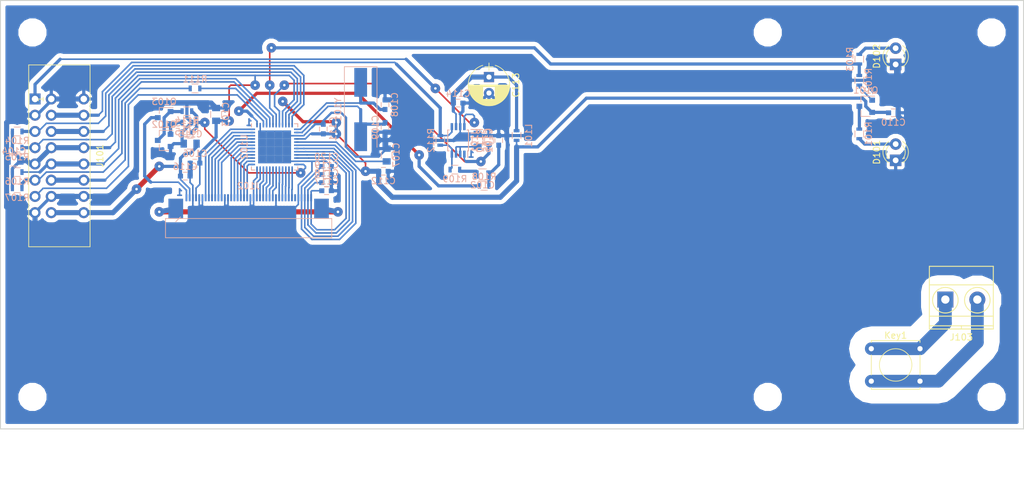
<source format=kicad_pcb>
(kicad_pcb (version 4) (host pcbnew 4.0.6)
  (layers (0 F.Cu signal) (31 B.Cu signal) (34 B.Paste user) (35 F.Paste user) (36 B.SilkS user hide) (37 F.SilkS user) (38 B.Mask user) (39 F.Mask user) (44 Edge.Cuts user))
  (net 0 "")
  (net 1 Earth)
  (net 2 "Net-(C101-Pad2)")
  (net 3 "Net-(C102-Pad1)")
  (net 4 "Net-(C103-Pad1)")
  (net 5 "Net-(C105-Pad1)")
  (net 6 "Net-(C107-Pad1)")
  (net 7 "Net-(C108-Pad1)")
  (net 8 "Net-(C109-Pad1)")
  (net 9 "Net-(C113-Pad1)")
  (net 10 "Net-(C115-Pad1)")
  (net 11 /TP_YT)
  (net 12 /TP_XL)
  (net 13 /TP_YB)
  (net 14 /TP_XR)
  (net 15 "Net-(D101-Pad2)")
  (net 16 "Net-(D102-Pad2)")
  (net 17 "Net-(J101-Pad1)")
  (net 18 "Net-(J101-Pad4)")
  (net 19 "Net-(J101-Pad6)")
  (net 20 "Net-(J101-Pad11)")
  (net 21 "Net-(J101-Pad12)")
  (net 22 "Net-(J101-Pad13)")
  (net 23 "Net-(J102-Pad41)")
  (net 24 "Net-(J102-Pad1)")
  (net 25 /LCD_R2)
  (net 26 /LCD_R3)
  (net 27 /LCD_R4)
  (net 28 /LCD_R5)
  (net 29 /LCD_R6)
  (net 30 /LCD_R7)
  (net 31 /LCD_G2)
  (net 32 /LCD_G3)
  (net 33 /LCD_G4)
  (net 34 /LCD_G5)
  (net 35 /LCD_G6)
  (net 36 /LCD_G7)
  (net 37 /LCD_B2)
  (net 38 /LCD_B3)
  (net 39 /LCD_B4)
  (net 40 /LCD_B5)
  (net 41 /LCD_B6)
  (net 42 /LCD_B7)
  (net 43 /LCD_CL)
  (net 44 /LCD_DI)
  (net 45 /LCD_HS)
  (net 46 /LCD_VS)
  (net 47 /LCD_DE)
  (net 48 "Net-(J102-Pad35)")
  (net 49 "Net-(Q101-Pad1)")
  (net 50 "Net-(Q101-Pad3)")
  (net 51 "Net-(Q102-Pad1)")
  (net 52 "Net-(Q102-Pad3)")
  (net 53 "Net-(R102-Pad2)")
  (net 54 "Net-(R108-Pad2)")
  (net 55 "Net-(R109-Pad1)")
  (net 56 "Net-(R110-Pad2)")
  (net 57 "Net-(R111-Pad1)")
  (net 58 "Net-(R113-Pad1)")
  (net 59 "Net-(J103-Pad1)")
  (net 60 "Net-(J103-Pad2)")
  (net 61 "Net-(J101-Pad5)")
  (net 62 "Net-(J101-Pad7)")
  (net 63 "Net-(J101-Pad10)")
  (module Capacitors_SMD:C_0603 (layer B.Cu) (at 137.922 71.882 270)
    (fp_text reference C101 (at 0 1.5 270) (layer B.SilkS) (effects (justify mirror)))
    (fp_text value 33n)
    (pad 1 smd rect (at -0.75 0 270) (size 0.8 0.75) (layers B.Cu B.Paste B.Mask) (net 1 Earth))
    (pad 2 smd rect (at 0.75 0 270) (size 0.8 0.75) (layers B.Cu B.Paste B.Mask) (net 2 "Net-(C101-Pad2)"))
  )
  (module Resistors_SMD:R_0805 (layer B.Cu) (at 135.382 77.216)
    (fp_text reference C102 (at 0 1.65) (layer B.SilkS) (effects (justify mirror)))
    (fp_text value 0,47uF)
    (pad 1 smd rect (at -0.95 0) (size 0.7 1.3) (layers B.Cu B.Paste B.Mask) (net 3 "Net-(C102-Pad1)"))
    (pad 2 smd rect (at 0.95 0) (size 0.7 1.3) (layers B.Cu B.Paste B.Mask) (net 2 "Net-(C101-Pad2)"))
  )
  (module Capacitors_SMD:C_0603 (layer B.Cu) (at 90.424 75.438 180)
    (fp_text reference C106 (at 0 1.5 180) (layer B.SilkS) (effects (justify mirror)))
    (fp_text value 100n)
    (pad 1 smd rect (at -0.75 0 180) (size 0.8 0.75) (layers B.Cu B.Paste B.Mask) (net 4 "Net-(C103-Pad1)"))
    (pad 2 smd rect (at 0.75 0 180) (size 0.8 0.75) (layers B.Cu B.Paste B.Mask) (net 1 Earth))
  )
  (module Capacitors_SMD:C_0603 (layer B.Cu) (at 120.142 66.294 90)
    (fp_text reference C108 (at 0 1.5 90) (layer B.SilkS) (effects (justify mirror)))
    (fp_text value 22)
    (pad 1 smd rect (at -0.75 0 90) (size 0.8 0.75) (layers B.Cu B.Paste B.Mask) (net 7 "Net-(C108-Pad1)"))
    (pad 2 smd rect (at 0.75 0 90) (size 0.8 0.75) (layers B.Cu B.Paste B.Mask) (net 1 Earth))
  )
  (module Capacitors_SMD:C_0603 (layer B.Cu) (at 120.142 69.85 270)
    (fp_text reference C109 (at 0 1.5 270) (layer B.SilkS) (effects (justify mirror)))
    (fp_text value 22)
    (pad 1 smd rect (at -0.75 0 270) (size 0.8 0.75) (layers B.Cu B.Paste B.Mask) (net 8 "Net-(C109-Pad1)"))
    (pad 2 smd rect (at 0.75 0 270) (size 0.8 0.75) (layers B.Cu B.Paste B.Mask) (net 1 Earth))
  )
  (module Capacitors_SMD:C_0603 (layer B.Cu) (at 199.644 67.564)
    (fp_text reference C110 (at 0 1.5) (layer B.SilkS) (effects (justify mirror)))
    (fp_text value 100n)
    (pad 1 smd rect (at -0.75 0) (size 0.8 0.75) (layers B.Cu B.Paste B.Mask) (net 4 "Net-(C103-Pad1)"))
    (pad 2 smd rect (at 0.75 0) (size 0.8 0.75) (layers B.Cu B.Paste B.Mask) (net 1 Earth))
  )
  (module Capacitors_SMD:C_0603 (layer B.Cu) (at 110.49 70.104 90)
    (fp_text reference C111 (at 0 1.5 90) (layer B.SilkS) (effects (justify mirror)))
    (fp_text value 100n)
    (pad 1 smd rect (at -0.75 0 90) (size 0.8 0.75) (layers B.Cu B.Paste B.Mask) (net 4 "Net-(C103-Pad1)"))
    (pad 2 smd rect (at 0.75 0 90) (size 0.8 0.75) (layers B.Cu B.Paste B.Mask) (net 1 Earth))
  )
  (module Capacitors_SMD:C_0603 (layer B.Cu) (at 119.888 76.708)
    (fp_text reference C112 (at 0 1.5) (layer B.SilkS) (effects (justify mirror)))
    (fp_text value 100n)
    (pad 1 smd rect (at -0.75 0) (size 0.8 0.75) (layers B.Cu B.Paste B.Mask) (net 4 "Net-(C103-Pad1)"))
    (pad 2 smd rect (at 0.75 0) (size 0.8 0.75) (layers B.Cu B.Paste B.Mask) (net 1 Earth))
  )
  (module Capacitors_SMD:C_0603 (layer B.Cu) (at 131.572 66.04 180)
    (fp_text reference C114 (at 0 1.5 180) (layer B.SilkS) (effects (justify mirror)))
    (fp_text value 100n)
    (pad 1 smd rect (at -0.75 0 180) (size 0.8 0.75) (layers B.Cu B.Paste B.Mask) (net 1 Earth))
    (pad 2 smd rect (at 0.75 0 180) (size 0.8 0.75) (layers B.Cu B.Paste B.Mask) (net 9 "Net-(C113-Pad1)"))
  )
  (module Capacitors_SMD:C_0603 (layer B.Cu) (at 88.9 77.47 180)
    (fp_text reference C116 (at 0 1.5 180) (layer B.SilkS) (effects (justify mirror)))
    (fp_text value 100n)
    (pad 1 smd rect (at -0.75 0 180) (size 0.8 0.75) (layers B.Cu B.Paste B.Mask) (net 1 Earth))
    (pad 2 smd rect (at 0.75 0 180) (size 0.8 0.75) (layers B.Cu B.Paste B.Mask) (net 10 "Net-(C115-Pad1)"))
  )
  (module Capacitors_SMD:C_0603 (layer B.Cu) (at 110.998 79.756 180)
    (fp_text reference C117 (at 0 1.5 180) (layer B.SilkS) (effects (justify mirror)))
    (fp_text value 2n2)
    (pad 1 smd rect (at -0.75 0 180) (size 0.8 0.75) (layers B.Cu B.Paste B.Mask) (net 1 Earth))
    (pad 2 smd rect (at 0.75 0 180) (size 0.8 0.75) (layers B.Cu B.Paste B.Mask) (net 11 /TP_YT))
  )
  (module Capacitors_SMD:C_0603 (layer B.Cu) (at 110.998 78.486 180)
    (fp_text reference C118 (at 0 1.5 180) (layer B.SilkS) (effects (justify mirror)))
    (fp_text value 2n2)
    (pad 1 smd rect (at -0.75 0 180) (size 0.8 0.75) (layers B.Cu B.Paste B.Mask) (net 1 Earth))
    (pad 2 smd rect (at 0.75 0 180) (size 0.8 0.75) (layers B.Cu B.Paste B.Mask) (net 12 /TP_XL))
  )
  (module Capacitors_SMD:C_0603 (layer B.Cu) (at 110.998 77.216 180)
    (fp_text reference C119 (at 0 1.5 180) (layer B.SilkS) (effects (justify mirror)))
    (fp_text value 2n2)
    (pad 1 smd rect (at -0.75 0 180) (size 0.8 0.75) (layers B.Cu B.Paste B.Mask) (net 1 Earth))
    (pad 2 smd rect (at 0.75 0 180) (size 0.8 0.75) (layers B.Cu B.Paste B.Mask) (net 13 /TP_YB))
  )
  (module Capacitors_SMD:C_0603 (layer B.Cu) (at 110.998 75.946 180)
    (fp_text reference C120 (at 0 1.5 180) (layer B.SilkS) (effects (justify mirror)))
    (fp_text value 2n2)
    (pad 1 smd rect (at -0.75 0 180) (size 0.8 0.75) (layers B.Cu B.Paste B.Mask) (net 1 Earth))
    (pad 2 smd rect (at 0.75 0 180) (size 0.8 0.75) (layers B.Cu B.Paste B.Mask) (net 14 /TP_XR))
  )
  (module LEDs:LED_D3.0mm (layer F.Cu) (at 200 75 90)
    (fp_text reference D101 (at 1.27 -2.96 90) (layer F.SilkS))
    (fp_text value Green)
    (pad 1 thru_hole rect (at 0 0 90) (size 1.8 1.8) (drill 0.9) (layers *.Cu *.Mask) (net 1 Earth))
    (pad 2 thru_hole circle (at 2.54 0 90) (size 1.8 1.8) (drill 0.9) (layers *.Cu *.Mask) (net 15 "Net-(D101-Pad2)"))
  )
  (module LEDs:LED_D3.0mm (layer F.Cu) (at 200 60 90)
    (fp_text reference D102 (at 1.27 -2.96 90) (layer F.SilkS))
    (fp_text value Red)
    (pad 1 thru_hole rect (at 0 0 90) (size 1.8 1.8) (drill 0.9) (layers *.Cu *.Mask) (net 1 Earth))
    (pad 2 thru_hole circle (at 2.54 0 90) (size 1.8 1.8) (drill 0.9) (layers *.Cu *.Mask) (net 16 "Net-(D102-Pad2)"))
  )
  (module LehmanKiPatterns:IDC_DIP_Header_Straight_16pins (layer F.Cu) (at 67.945 65.405 270)
    (fp_text reference J101 (at 8.89 -7.62 270) (layer F.SilkS))
    (fp_text value CONN_01X16)
    (fp_text user 1 (at 0.02 1.72 270) (layer F.SilkS) (effects (font (thickness 0.12))))
    (pad 1 thru_hole rect (at 0 2.54 270) (size 1.7272 1.7272) (drill 1.016) (layers *.Cu *.Mask) (net 17 "Net-(J101-Pad1)"))
    (pad 2 thru_hole oval (at 0 0 270) (size 1.7272 1.7272) (drill 1.016) (layers *.Cu *.Mask) (net 1 Earth))
    (pad 3 thru_hole oval (at 2.54 2.54 270) (size 1.7272 1.7272) (drill 1.016) (layers *.Cu *.Mask) (net 1 Earth))
    (pad 4 thru_hole oval (at 2.54 0 270) (size 1.7272 1.7272) (drill 1.016) (layers *.Cu *.Mask) (net 18 "Net-(J101-Pad4)"))
    (pad 5 thru_hole oval (at 5.08 2.54 270) (size 1.7272 1.7272) (drill 1.016) (layers *.Cu *.Mask) (net 61 "Net-(J101-Pad5)"))
    (pad 6 thru_hole oval (at 5.08 0 270) (size 1.7272 1.7272) (drill 1.016) (layers *.Cu *.Mask) (net 19 "Net-(J101-Pad6)"))
    (pad 7 thru_hole oval (at 7.62 2.54 270) (size 1.7272 1.7272) (drill 1.016) (layers *.Cu *.Mask) (net 62 "Net-(J101-Pad7)"))
    (pad 8 thru_hole oval (at 7.62 0 270) (size 1.7272 1.7272) (drill 1.016) (layers *.Cu *.Mask) (net 4 "Net-(C103-Pad1)"))
    (pad 9 thru_hole oval (at 10.16 2.54 270) (size 1.7272 1.7272) (drill 1.016) (layers *.Cu *.Mask) (net 4 "Net-(C103-Pad1)"))
    (pad 10 thru_hole oval (at 10.16 0 270) (size 1.7272 1.7272) (drill 1.016) (layers *.Cu *.Mask) (net 63 "Net-(J101-Pad10)"))
    (pad 11 thru_hole oval (at 12.7 2.54 270) (size 1.7272 1.7272) (drill 1.016) (layers *.Cu *.Mask) (net 20 "Net-(J101-Pad11)"))
    (pad 12 thru_hole oval (at 12.7 0 270) (size 1.7272 1.7272) (drill 1.016) (layers *.Cu *.Mask) (net 21 "Net-(J101-Pad12)"))
    (pad 13 thru_hole oval (at 15.24 2.54 270) (size 1.7272 1.7272) (drill 1.016) (layers *.Cu *.Mask) (net 22 "Net-(J101-Pad13)"))
    (pad 14 thru_hole oval (at 15.24 0 270) (size 1.7272 1.7272) (drill 1.016) (layers *.Cu *.Mask) (net 1 Earth))
    (pad 15 thru_hole oval (at 17.78 2.54 270) (size 1.7272 1.7272) (drill 1.016) (layers *.Cu *.Mask) (net 1 Earth))
    (pad 16 thru_hole oval (at 17.78 0 270) (size 1.7272 1.7272) (drill 1.016) (layers *.Cu *.Mask) (net 10 "Net-(C115-Pad1)"))
    (pad 2 thru_hole oval (at 0 -5.08 270) (size 1.7272 1.7272) (drill 1.016) (layers *.Cu *.Mask) (net 1 Earth))
    (pad 4 thru_hole oval (at 2.54 -5.08 270) (size 1.7272 1.7272) (drill 1.016) (layers *.Cu *.Mask) (net 18 "Net-(J101-Pad4)"))
    (pad 6 thru_hole oval (at 5.08 -5.08 270) (size 1.7272 1.7272) (drill 1.016) (layers *.Cu *.Mask) (net 19 "Net-(J101-Pad6)"))
    (pad 8 thru_hole oval (at 7.62 -5.08 270) (size 1.7272 1.7272) (drill 1.016) (layers *.Cu *.Mask) (net 4 "Net-(C103-Pad1)"))
    (pad 10 thru_hole oval (at 10.16 -5.08 270) (size 1.7272 1.7272) (drill 1.016) (layers *.Cu *.Mask) (net 63 "Net-(J101-Pad10)"))
    (pad 12 thru_hole oval (at 12.7 -5.08 270) (size 1.7272 1.7272) (drill 1.016) (layers *.Cu *.Mask) (net 21 "Net-(J101-Pad12)"))
    (pad 14 thru_hole oval (at 15.24 -5.08 270) (size 1.7272 1.7272) (drill 1.016) (layers *.Cu *.Mask) (net 1 Earth))
    (pad 16 thru_hole oval (at 17.78 -5.08 270) (size 1.7272 1.7272) (drill 1.016) (layers *.Cu *.Mask) (net 10 "Net-(C115-Pad1)"))
  )
  (module LehmanKiPatterns:FPC_1x40_0.5mm (layer B.Cu) (at 98.81 81)
    (fp_text reference J102 (at 0 -2) (layer B.SilkS) (effects (justify mirror)))
    (fp_text value FPC_1x40)
    (pad 41 smd rect (at -11.3946 1.55) (size 2.3 3.1) (layers B.Cu B.Paste B.Mask) (net 23 "Net-(J102-Pad41)"))
    (pad 1 smd rect (at -9.7246 -0.15) (size 0.3 1.1) (layers B.Cu B.Paste B.Mask) (net 24 "Net-(J102-Pad1)"))
    (pad 2 smd rect (at -9.2246 -0.15) (size 0.3 1.1) (layers B.Cu B.Paste B.Mask) (net 10 "Net-(C115-Pad1)"))
    (pad 3 smd rect (at -8.7246 -0.15) (size 0.3 1.1) (layers B.Cu B.Paste B.Mask) (net 1 Earth))
    (pad 4 smd rect (at -8.2246 -0.15) (size 0.3 1.1) (layers B.Cu B.Paste B.Mask) (net 4 "Net-(C103-Pad1)"))
    (pad 5 smd rect (at -7.7246 -0.15) (size 0.3 1.1) (layers B.Cu B.Paste B.Mask) (net 1 Earth))
    (pad 6 smd rect (at -7.2246 -0.15) (size 0.3 1.1) (layers B.Cu B.Paste B.Mask) (net 1 Earth))
    (pad 7 smd rect (at -6.7246 -0.15) (size 0.3 1.1) (layers B.Cu B.Paste B.Mask) (net 25 /LCD_R2))
    (pad 8 smd rect (at -6.2246 -0.15) (size 0.3 1.1) (layers B.Cu B.Paste B.Mask) (net 26 /LCD_R3))
    (pad 9 smd rect (at -5.7246 -0.15) (size 0.3 1.1) (layers B.Cu B.Paste B.Mask) (net 27 /LCD_R4))
    (pad 10 smd rect (at -5.2246 -0.15) (size 0.3 1.1) (layers B.Cu B.Paste B.Mask) (net 28 /LCD_R5))
    (pad 11 smd rect (at -4.7246 -0.15) (size 0.3 1.1) (layers B.Cu B.Paste B.Mask) (net 29 /LCD_R6))
    (pad 12 smd rect (at -4.2246 -0.15) (size 0.3 1.1) (layers B.Cu B.Paste B.Mask) (net 30 /LCD_R7))
    (pad 13 smd rect (at -3.7246 -0.15) (size 0.3 1.1) (layers B.Cu B.Paste B.Mask) (net 1 Earth))
    (pad 14 smd rect (at -3.2246 -0.15) (size 0.3 1.1) (layers B.Cu B.Paste B.Mask) (net 1 Earth))
    (pad 15 smd rect (at -2.7246 -0.15) (size 0.3 1.1) (layers B.Cu B.Paste B.Mask) (net 31 /LCD_G2))
    (pad 16 smd rect (at -2.2246 -0.15) (size 0.3 1.1) (layers B.Cu B.Paste B.Mask) (net 32 /LCD_G3))
    (pad 17 smd rect (at -1.7246 -0.15) (size 0.3 1.1) (layers B.Cu B.Paste B.Mask) (net 33 /LCD_G4))
    (pad 18 smd rect (at -1.2246 -0.15) (size 0.3 1.1) (layers B.Cu B.Paste B.Mask) (net 34 /LCD_G5))
    (pad 19 smd rect (at -0.7246 -0.15) (size 0.3 1.1) (layers B.Cu B.Paste B.Mask) (net 35 /LCD_G6))
    (pad 20 smd rect (at -0.2246 -0.15) (size 0.3 1.1) (layers B.Cu B.Paste B.Mask) (net 36 /LCD_G7))
    (pad 21 smd rect (at 0.2754 -0.15) (size 0.3 1.1) (layers B.Cu B.Paste B.Mask) (net 1 Earth))
    (pad 22 smd rect (at 0.7754 -0.15) (size 0.3 1.1) (layers B.Cu B.Paste B.Mask) (net 1 Earth))
    (pad 23 smd rect (at 1.2754 -0.15) (size 0.3 1.1) (layers B.Cu B.Paste B.Mask) (net 37 /LCD_B2))
    (pad 24 smd rect (at 1.7754 -0.15) (size 0.3 1.1) (layers B.Cu B.Paste B.Mask) (net 38 /LCD_B3))
    (pad 25 smd rect (at 2.2754 -0.15) (size 0.3 1.1) (layers B.Cu B.Paste B.Mask) (net 39 /LCD_B4))
    (pad 26 smd rect (at 2.7754 -0.15) (size 0.3 1.1) (layers B.Cu B.Paste B.Mask) (net 40 /LCD_B5))
    (pad 27 smd rect (at 3.2754 -0.15) (size 0.3 1.1) (layers B.Cu B.Paste B.Mask) (net 41 /LCD_B6))
    (pad 28 smd rect (at 3.7754 -0.15) (size 0.3 1.1) (layers B.Cu B.Paste B.Mask) (net 42 /LCD_B7))
    (pad 29 smd rect (at 4.2754 -0.15) (size 0.3 1.1) (layers B.Cu B.Paste B.Mask) (net 1 Earth))
    (pad 30 smd rect (at 4.7754 -0.15) (size 0.3 1.1) (layers B.Cu B.Paste B.Mask) (net 43 /LCD_CL))
    (pad 31 smd rect (at 5.2754 -0.15) (size 0.3 1.1) (layers B.Cu B.Paste B.Mask) (net 44 /LCD_DI))
    (pad 32 smd rect (at 5.7754 -0.15) (size 0.3 1.1) (layers B.Cu B.Paste B.Mask) (net 45 /LCD_HS))
    (pad 33 smd rect (at 6.2754 -0.15) (size 0.3 1.1) (layers B.Cu B.Paste B.Mask) (net 46 /LCD_VS))
    (pad 34 smd rect (at 6.7754 -0.15) (size 0.3 1.1) (layers B.Cu B.Paste B.Mask) (net 47 /LCD_DE))
    (pad 35 smd rect (at 7.2754 -0.15) (size 0.3 1.1) (layers B.Cu B.Paste B.Mask) (net 48 "Net-(J102-Pad35)"))
    (pad 36 smd rect (at 7.7754 -0.15) (size 0.3 1.1) (layers B.Cu B.Paste B.Mask) (net 1 Earth))
    (pad 37 smd rect (at 8.2754 -0.15) (size 0.3 1.1) (layers B.Cu B.Paste B.Mask) (net 14 /TP_XR))
    (pad 38 smd rect (at 8.7754 -0.15) (size 0.3 1.1) (layers B.Cu B.Paste B.Mask) (net 13 /TP_YB))
    (pad 39 smd rect (at 9.2754 -0.15) (size 0.3 1.1) (layers B.Cu B.Paste B.Mask) (net 12 /TP_XL))
    (pad 40 smd rect (at 9.7754 -0.15) (size 0.3 1.1) (layers B.Cu B.Paste B.Mask) (net 11 /TP_YT))
    (pad 41 smd rect (at 11.3946 1.55) (size 2.3 3.1) (layers B.Cu B.Paste B.Mask) (net 23 "Net-(J102-Pad41)"))
  )
  (module Inductors_SMD:L_0603 (layer B.Cu) (at 140.716 71.12 90)
    (fp_text reference L101 (at 0 1.9 90) (layer B.SilkS) (effects (justify mirror)))
    (fp_text value "600 ohm ±25% 500 мА")
    (pad 1 smd rect (at -0.75 0 90) (size 0.5 0.9) (layers B.Cu B.Paste B.Mask) (net 4 "Net-(C103-Pad1)"))
    (pad 2 smd rect (at 0.75 0 90) (size 0.5 0.9) (layers B.Cu B.Paste B.Mask) (net 9 "Net-(C113-Pad1)"))
  )
  (module TO_SOT_Packages_SMD:SOT-23 (layer B.Cu) (at 195.326 66.548 180)
    (fp_text reference Q101 (at 0 2.5 180) (layer B.SilkS) (effects (justify mirror)))
    (fp_text value BC857)
    (pad 1 smd rect (at -1 0.95 180) (size 0.9 0.8) (layers B.Cu B.Paste B.Mask) (net 49 "Net-(Q101-Pad1)"))
    (pad 2 smd rect (at -1 -0.95 180) (size 0.9 0.8) (layers B.Cu B.Paste B.Mask) (net 4 "Net-(C103-Pad1)"))
    (pad 3 smd rect (at 1 0 180) (size 0.9 0.8) (layers B.Cu B.Paste B.Mask) (net 50 "Net-(Q101-Pad3)"))
  )
  (module TO_SOT_Packages_SMD:SOT-23 (layer B.Cu) (at 85.598 71.882 180)
    (fp_text reference Q102 (at 0 2.5 180) (layer B.SilkS) (effects (justify mirror)))
    (fp_text value BC847C)
    (pad 1 smd rect (at -1 0.95 180) (size 0.9 0.8) (layers B.Cu B.Paste B.Mask) (net 51 "Net-(Q102-Pad1)"))
    (pad 2 smd rect (at -1 -0.95 180) (size 0.9 0.8) (layers B.Cu B.Paste B.Mask) (net 1 Earth))
    (pad 3 smd rect (at 1 0 180) (size 0.9 0.8) (layers B.Cu B.Paste B.Mask) (net 52 "Net-(Q102-Pad3)"))
  )
  (module TO_SOT_Packages_SMD:SOT-23 (layer B.Cu) (at 85.598 68.326 180)
    (fp_text reference Q103 (at 0 2.5 180) (layer B.SilkS) (effects (justify mirror)))
    (fp_text value BC817-40)
    (pad 1 smd rect (at -1 0.95 180) (size 0.9 0.8) (layers B.Cu B.Paste B.Mask) (net 52 "Net-(Q102-Pad3)"))
    (pad 2 smd rect (at -1 -0.95 180) (size 0.9 0.8) (layers B.Cu B.Paste B.Mask) (net 51 "Net-(Q102-Pad1)"))
    (pad 3 smd rect (at 1 0 180) (size 0.9 0.8) (layers B.Cu B.Paste B.Mask) (net 24 "Net-(J102-Pad1)"))
  )
  (module Resistors_SMD:R_0603 (layer B.Cu) (at 194.31 70.866 90)
    (fp_text reference R101 (at 0 1.45 90) (layer B.SilkS) (effects (justify mirror)))
    (fp_text value 1k)
    (pad 1 smd rect (at -0.75 0 90) (size 0.5 0.9) (layers B.Cu B.Paste B.Mask) (net 15 "Net-(D101-Pad2)"))
    (pad 2 smd rect (at 0.75 0 90) (size 0.5 0.9) (layers B.Cu B.Paste B.Mask) (net 50 "Net-(Q101-Pad3)"))
  )
  (module Resistors_SMD:R_0603 (layer B.Cu) (at 194.31 62.484 90)
    (fp_text reference R102 (at 0 1.45 90) (layer B.SilkS) (effects (justify mirror)))
    (fp_text value 39k)
    (pad 1 smd rect (at -0.75 0 90) (size 0.5 0.9) (layers B.Cu B.Paste B.Mask) (net 49 "Net-(Q101-Pad1)"))
    (pad 2 smd rect (at 0.75 0 90) (size 0.5 0.9) (layers B.Cu B.Paste B.Mask) (net 53 "Net-(R102-Pad2)"))
  )
  (module Resistors_SMD:R_0603 (layer B.Cu) (at 194.31 59.182 270)
    (fp_text reference R103 (at 0 1.45 270) (layer B.SilkS) (effects (justify mirror)))
    (fp_text value 1k)
    (pad 1 smd rect (at -0.75 0 270) (size 0.5 0.9) (layers B.Cu B.Paste B.Mask) (net 16 "Net-(D102-Pad2)"))
    (pad 2 smd rect (at 0.75 0 270) (size 0.5 0.9) (layers B.Cu B.Paste B.Mask) (net 53 "Net-(R102-Pad2)"))
  )
  (module Resistors_SMD:R_0603 (layer B.Cu) (at 62.611 70.485)
    (fp_text reference R104 (at 0 1.45) (layer B.SilkS) (effects (justify mirror)))
    (fp_text value 10k)
    (pad 1 smd rect (at -0.75 0) (size 0.5 0.9) (layers B.Cu B.Paste B.Mask) (net 4 "Net-(C103-Pad1)"))
    (pad 2 smd rect (at 0.75 0) (size 0.5 0.9) (layers B.Cu B.Paste B.Mask) (net 61 "Net-(J101-Pad5)"))
  )
  (module Resistors_SMD:R_0603 (layer B.Cu) (at 62.611 73.025)
    (fp_text reference R105 (at 0 1.45) (layer B.SilkS) (effects (justify mirror)))
    (fp_text value 10k)
    (pad 1 smd rect (at -0.75 0) (size 0.5 0.9) (layers B.Cu B.Paste B.Mask) (net 4 "Net-(C103-Pad1)"))
    (pad 2 smd rect (at 0.75 0) (size 0.5 0.9) (layers B.Cu B.Paste B.Mask) (net 62 "Net-(J101-Pad7)"))
  )
  (module Resistors_SMD:R_0603 (layer B.Cu) (at 62.611 76.835)
    (fp_text reference R106 (at 0 1.45) (layer B.SilkS) (effects (justify mirror)))
    (fp_text value 10k)
    (pad 1 smd rect (at -0.75 0) (size 0.5 0.9) (layers B.Cu B.Paste B.Mask) (net 4 "Net-(C103-Pad1)"))
    (pad 2 smd rect (at 0.75 0) (size 0.5 0.9) (layers B.Cu B.Paste B.Mask) (net 63 "Net-(J101-Pad10)"))
  )
  (module Resistors_SMD:R_0603 (layer B.Cu) (at 62.611 79.375)
    (fp_text reference R107 (at 0 1.45) (layer B.SilkS) (effects (justify mirror)))
    (fp_text value 10k)
    (pad 1 smd rect (at -0.75 0) (size 0.5 0.9) (layers B.Cu B.Paste B.Mask) (net 4 "Net-(C103-Pad1)"))
    (pad 2 smd rect (at 0.75 0) (size 0.5 0.9) (layers B.Cu B.Paste B.Mask) (net 20 "Net-(J101-Pad11)"))
  )
  (module Resistors_SMD:R_0603 (layer B.Cu) (at 135.636 78.994 180)
    (fp_text reference R108 (at 0 1.45 180) (layer B.SilkS) (effects (justify mirror)))
    (fp_text value 1k)
    (pad 1 smd rect (at -0.75 0 180) (size 0.5 0.9) (layers B.Cu B.Paste B.Mask) (net 2 "Net-(C101-Pad2)"))
    (pad 2 smd rect (at 0.75 0 180) (size 0.5 0.9) (layers B.Cu B.Paste B.Mask) (net 54 "Net-(R108-Pad2)"))
  )
  (module Resistors_SMD:R_0603 (layer B.Cu) (at 131.064 76.454)
    (fp_text reference R109 (at 0 1.45) (layer B.SilkS) (effects (justify mirror)))
    (fp_text value 22k)
    (pad 1 smd rect (at -0.75 0) (size 0.5 0.9) (layers B.Cu B.Paste B.Mask) (net 55 "Net-(R109-Pad1)"))
    (pad 2 smd rect (at 0.75 0) (size 0.5 0.9) (layers B.Cu B.Paste B.Mask) (net 3 "Net-(C102-Pad1)"))
  )
  (module Resistors_SMD:R_0603 (layer B.Cu) (at 136.398 71.882 270)
    (fp_text reference R110 (at 0 1.45 270) (layer B.SilkS) (effects (justify mirror)))
    (fp_text value 10k)
    (pad 1 smd rect (at -0.75 0 270) (size 0.5 0.9) (layers B.Cu B.Paste B.Mask) (net 1 Earth))
    (pad 2 smd rect (at 0.75 0 270) (size 0.5 0.9) (layers B.Cu B.Paste B.Mask) (net 56 "Net-(R110-Pad2)"))
  )
  (module Resistors_SMD:R_0603 (layer B.Cu) (at 90.424 63.754 180)
    (fp_text reference R111 (at 0 1.45 180) (layer B.SilkS) (effects (justify mirror)))
    (fp_text value 27E)
    (pad 1 smd rect (at -0.75 0 180) (size 0.5 0.9) (layers B.Cu B.Paste B.Mask) (net 57 "Net-(R111-Pad1)"))
    (pad 2 smd rect (at 0.75 0 180) (size 0.5 0.9) (layers B.Cu B.Paste B.Mask) (net 21 "Net-(J101-Pad12)"))
  )
  (module Resistors_SMD:R_0603 (layer B.Cu) (at 128.778 71.882 270)
    (fp_text reference R112 (at 0 1.45 270) (layer B.SilkS) (effects (justify mirror)))
    (fp_text value 39k)
    (pad 1 smd rect (at -0.75 0 270) (size 0.5 0.9) (layers B.Cu B.Paste B.Mask) (net 18 "Net-(J101-Pad4)"))
    (pad 2 smd rect (at 0.75 0 270) (size 0.5 0.9) (layers B.Cu B.Paste B.Mask) (net 55 "Net-(R109-Pad1)"))
  )
  (module Resistors_SMD:R_0603 (layer B.Cu) (at 89.154 70.612 180)
    (fp_text reference R113 (at 0 1.45 180) (layer B.SilkS) (effects (justify mirror)))
    (fp_text value 39k)
    (pad 1 smd rect (at -0.75 0 180) (size 0.5 0.9) (layers B.Cu B.Paste B.Mask) (net 58 "Net-(R113-Pad1)"))
    (pad 2 smd rect (at 0.75 0 180) (size 0.5 0.9) (layers B.Cu B.Paste B.Mask) (net 1 Earth))
  )
  (module Resistors_SMD:R_0603 (layer B.Cu) (at 89.154 67.31)
    (fp_text reference R114 (at 0 1.45) (layer B.SilkS) (effects (justify mirror)))
    (fp_text value 4k7)
    (pad 1 smd rect (at -0.75 0) (size 0.5 0.9) (layers B.Cu B.Paste B.Mask) (net 52 "Net-(Q102-Pad3)"))
    (pad 2 smd rect (at 0.75 0) (size 0.5 0.9) (layers B.Cu B.Paste B.Mask) (net 58 "Net-(R113-Pad1)"))
  )
  (module Resistors_SMD:R_0603 (layer B.Cu) (at 89.154 69.088)
    (fp_text reference R115 (at 0 1.45) (layer B.SilkS) (effects (justify mirror)))
    (fp_text value 12E)
    (pad 1 smd rect (at -0.75 0) (size 0.5 0.9) (layers B.Cu B.Paste B.Mask) (net 51 "Net-(Q102-Pad1)"))
    (pad 2 smd rect (at 0.75 0) (size 0.5 0.9) (layers B.Cu B.Paste B.Mask) (net 1 Earth))
  )
  (module Housings_SSOP:TSSOP-8_3x3mm_Pitch0.65mm (layer B.Cu) (at 131.572 71.882 90)
    (fp_text reference U101 (at 0 2.55 90) (layer B.SilkS) (effects (justify mirror)))
    (fp_text value LM4864)
    (pad 1 smd rect (at -2.15 0.975 90) (size 1.1 0.4) (layers B.Cu B.Paste B.Mask) (net 56 "Net-(R110-Pad2)"))
    (pad 2 smd rect (at -2.15 0.325 90) (size 1.1 0.4) (layers B.Cu B.Paste B.Mask) (net 5 "Net-(C105-Pad1)"))
    (pad 3 smd rect (at -2.15 -0.325 90) (size 1.1 0.4) (layers B.Cu B.Paste B.Mask) (net 5 "Net-(C105-Pad1)"))
    (pad 4 smd rect (at -2.15 -0.975 90) (size 1.1 0.4) (layers B.Cu B.Paste B.Mask) (net 55 "Net-(R109-Pad1)"))
    (pad 5 smd rect (at 2.15 -0.975 90) (size 1.1 0.4) (layers B.Cu B.Paste B.Mask) (net 18 "Net-(J101-Pad4)"))
    (pad 6 smd rect (at 2.15 -0.325 90) (size 1.1 0.4) (layers B.Cu B.Paste B.Mask) (net 9 "Net-(C113-Pad1)"))
    (pad 7 smd rect (at 2.15 0.325 90) (size 1.1 0.4) (layers B.Cu B.Paste B.Mask) (net 1 Earth))
    (pad 8 smd rect (at 2.15 0.975 90) (size 1.1 0.4) (layers B.Cu B.Paste B.Mask) (net 17 "Net-(J101-Pad1)"))
  )
  (module Housings_DFN_QFN:QFN-48-1EP_7x7mm_Pitch0.5mm (layer B.Cu) (at 102.87 72.898 270)
    (fp_text reference U102 (at 0 4.75 270) (layer B.SilkS) (effects (justify mirror)))
    (fp_text value FT800Q)
    (pad 1 smd rect (at -3.4 2.75 270) (size 0.7 0.25) (layers B.Cu B.Paste B.Mask) (net 54 "Net-(R108-Pad2)"))
    (pad 2 smd rect (at -3.4 2.25 270) (size 0.7 0.25) (layers B.Cu B.Paste B.Mask) (net 1 Earth))
    (pad 3 smd rect (at -3.4 1.75 270) (size 0.7 0.25) (layers B.Cu B.Paste B.Mask) (net 22 "Net-(J101-Pad13)"))
    (pad 4 smd rect (at -3.4 1.25 270) (size 0.7 0.25) (layers B.Cu B.Paste B.Mask) (net 57 "Net-(R111-Pad1)"))
    (pad 5 smd rect (at -3.4 0.75 270) (size 0.7 0.25) (layers B.Cu B.Paste B.Mask) (net 20 "Net-(J101-Pad11)"))
    (pad 6 smd rect (at -3.4 0.25 270) (size 0.7 0.25) (layers B.Cu B.Paste B.Mask) (net 63 "Net-(J101-Pad10)"))
    (pad 7 smd rect (at -3.4 -0.25 270) (size 0.7 0.25) (layers B.Cu B.Paste B.Mask) (net 53 "Net-(R102-Pad2)"))
    (pad 8 smd rect (at -3.4 -0.75 270) (size 0.7 0.25) (layers B.Cu B.Paste B.Mask) (net 56 "Net-(R110-Pad2)"))
    (pad 9 smd rect (at -3.4 -1.25 270) (size 0.7 0.25) (layers B.Cu B.Paste B.Mask) (net 4 "Net-(C103-Pad1)"))
    (pad 10 smd rect (at -3.4 -1.75 270) (size 0.7 0.25) (layers B.Cu B.Paste B.Mask) (net 62 "Net-(J101-Pad7)"))
    (pad 11 smd rect (at -3.4 -2.25 270) (size 0.7 0.25) (layers B.Cu B.Paste B.Mask) (net 19 "Net-(J101-Pad6)"))
    (pad 12 smd rect (at -3.4 -2.75 270) (size 0.7 0.25) (layers B.Cu B.Paste B.Mask) (net 61 "Net-(J101-Pad5)"))
    (pad 13 smd rect (at -2.75 -3.4 180) (size 0.7 0.25) (layers B.Cu B.Paste B.Mask) (net 7 "Net-(C108-Pad1)"))
    (pad 14 smd rect (at -2.25 -3.4 180) (size 0.7 0.25) (layers B.Cu B.Paste B.Mask) (net 8 "Net-(C109-Pad1)"))
    (pad 15 smd rect (at -1.75 -3.4 180) (size 0.7 0.25) (layers B.Cu B.Paste B.Mask) (net 1 Earth))
    (pad 16 smd rect (at -1.25 -3.4 180) (size 0.7 0.25) (layers B.Cu B.Paste B.Mask) (net 4 "Net-(C103-Pad1)"))
    (pad 17 smd rect (at -0.75 -3.4 180) (size 0.7 0.25) (layers B.Cu B.Paste B.Mask) (net 6 "Net-(C107-Pad1)"))
    (pad 18 smd rect (at -0.25 -3.4 180) (size 0.7 0.25) (layers B.Cu B.Paste B.Mask) (net 4 "Net-(C103-Pad1)"))
    (pad 19 smd rect (at 0.25 -3.4 180) (size 0.7 0.25) (layers B.Cu B.Paste B.Mask) (net 14 /TP_XR))
    (pad 20 smd rect (at 0.75 -3.4 180) (size 0.7 0.25) (layers B.Cu B.Paste B.Mask) (net 13 /TP_YB))
    (pad 21 smd rect (at 1.25 -3.4 180) (size 0.7 0.25) (layers B.Cu B.Paste B.Mask) (net 12 /TP_XL))
    (pad 22 smd rect (at 1.75 -3.4 180) (size 0.7 0.25) (layers B.Cu B.Paste B.Mask) (net 11 /TP_YT))
    (pad 23 smd rect (at 2.25 -3.4 180) (size 0.7 0.25) (layers B.Cu B.Paste B.Mask) (net 1 Earth))
    (pad 24 smd rect (at 2.75 -3.4 180) (size 0.7 0.25) (layers B.Cu B.Paste B.Mask) (net 58 "Net-(R113-Pad1)"))
    (pad 25 smd rect (at 3.4 -2.75 270) (size 0.7 0.25) (layers B.Cu B.Paste B.Mask) (net 47 /LCD_DE))
    (pad 26 smd rect (at 3.4 -2.25 270) (size 0.7 0.25) (layers B.Cu B.Paste B.Mask) (net 46 /LCD_VS))
    (pad 27 smd rect (at 3.4 -1.75 270) (size 0.7 0.25) (layers B.Cu B.Paste B.Mask) (net 45 /LCD_HS))
    (pad 28 smd rect (at 3.4 -1.25 270) (size 0.7 0.25) (layers B.Cu B.Paste B.Mask) (net 44 /LCD_DI))
    (pad 29 smd rect (at 3.4 -0.75 270) (size 0.7 0.25) (layers B.Cu B.Paste B.Mask) (net 43 /LCD_CL))
    (pad 30 smd rect (at 3.4 -0.25 270) (size 0.7 0.25) (layers B.Cu B.Paste B.Mask) (net 42 /LCD_B7))
    (pad 31 smd rect (at 3.4 0.25 270) (size 0.7 0.25) (layers B.Cu B.Paste B.Mask) (net 41 /LCD_B6))
    (pad 32 smd rect (at 3.4 0.75 270) (size 0.7 0.25) (layers B.Cu B.Paste B.Mask) (net 40 /LCD_B5))
    (pad 33 smd rect (at 3.4 1.25 270) (size 0.7 0.25) (layers B.Cu B.Paste B.Mask) (net 39 /LCD_B4))
    (pad 34 smd rect (at 3.4 1.75 270) (size 0.7 0.25) (layers B.Cu B.Paste B.Mask) (net 38 /LCD_B3))
    (pad 35 smd rect (at 3.4 2.25 270) (size 0.7 0.25) (layers B.Cu B.Paste B.Mask) (net 37 /LCD_B2))
    (pad 36 smd rect (at 3.4 2.75 270) (size 0.7 0.25) (layers B.Cu B.Paste B.Mask) (net 1 Earth))
    (pad 37 smd rect (at 2.75 3.4 180) (size 0.7 0.25) (layers B.Cu B.Paste B.Mask) (net 36 /LCD_G7))
    (pad 38 smd rect (at 2.25 3.4 180) (size 0.7 0.25) (layers B.Cu B.Paste B.Mask) (net 35 /LCD_G6))
    (pad 39 smd rect (at 1.75 3.4 180) (size 0.7 0.25) (layers B.Cu B.Paste B.Mask) (net 34 /LCD_G5))
    (pad 40 smd rect (at 1.25 3.4 180) (size 0.7 0.25) (layers B.Cu B.Paste B.Mask) (net 33 /LCD_G4))
    (pad 41 smd rect (at 0.75 3.4 180) (size 0.7 0.25) (layers B.Cu B.Paste B.Mask) (net 32 /LCD_G3))
    (pad 42 smd rect (at 0.25 3.4 180) (size 0.7 0.25) (layers B.Cu B.Paste B.Mask) (net 31 /LCD_G2))
    (pad 43 smd rect (at -0.25 3.4 180) (size 0.7 0.25) (layers B.Cu B.Paste B.Mask) (net 30 /LCD_R7))
    (pad 44 smd rect (at -0.75 3.4 180) (size 0.7 0.25) (layers B.Cu B.Paste B.Mask) (net 29 /LCD_R6))
    (pad 45 smd rect (at -1.25 3.4 180) (size 0.7 0.25) (layers B.Cu B.Paste B.Mask) (net 28 /LCD_R5))
    (pad 46 smd rect (at -1.75 3.4 180) (size 0.7 0.25) (layers B.Cu B.Paste B.Mask) (net 27 /LCD_R4))
    (pad 47 smd rect (at -2.25 3.4 180) (size 0.7 0.25) (layers B.Cu B.Paste B.Mask) (net 26 /LCD_R3))
    (pad 48 smd rect (at -2.75 3.4 180) (size 0.7 0.25) (layers B.Cu B.Paste B.Mask) (net 25 /LCD_R2))
    (pad 49 smd rect (at 1.93125 -1.93125 270) (size 1.2875 1.2875) (layers B.Cu B.Paste B.Mask) (net 1 Earth))
    (pad 49 smd rect (at 1.93125 -0.64375 270) (size 1.2875 1.2875) (layers B.Cu B.Paste B.Mask) (net 1 Earth))
    (pad 49 smd rect (at 1.93125 0.64375 270) (size 1.2875 1.2875) (layers B.Cu B.Paste B.Mask) (net 1 Earth))
    (pad 49 smd rect (at 1.93125 1.93125 270) (size 1.2875 1.2875) (layers B.Cu B.Paste B.Mask) (net 1 Earth))
    (pad 49 smd rect (at 0.64375 -1.93125 270) (size 1.2875 1.2875) (layers B.Cu B.Paste B.Mask) (net 1 Earth))
    (pad 49 smd rect (at 0.64375 -0.64375 270) (size 1.2875 1.2875) (layers B.Cu B.Paste B.Mask) (net 1 Earth))
    (pad 49 smd rect (at 0.64375 0.64375 270) (size 1.2875 1.2875) (layers B.Cu B.Paste B.Mask) (net 1 Earth))
    (pad 49 smd rect (at 0.64375 1.93125 270) (size 1.2875 1.2875) (layers B.Cu B.Paste B.Mask) (net 1 Earth))
    (pad 49 smd rect (at -0.64375 -1.93125 270) (size 1.2875 1.2875) (layers B.Cu B.Paste B.Mask) (net 1 Earth))
    (pad 49 smd rect (at -0.64375 -0.64375 270) (size 1.2875 1.2875) (layers B.Cu B.Paste B.Mask) (net 1 Earth))
    (pad 49 smd rect (at -0.64375 0.64375 270) (size 1.2875 1.2875) (layers B.Cu B.Paste B.Mask) (net 1 Earth))
    (pad 49 smd rect (at -0.64375 1.93125 270) (size 1.2875 1.2875) (layers B.Cu B.Paste B.Mask) (net 1 Earth))
    (pad 49 smd rect (at -1.93125 -1.93125 270) (size 1.2875 1.2875) (layers B.Cu B.Paste B.Mask) (net 1 Earth))
    (pad 49 smd rect (at -1.93125 -0.64375 270) (size 1.2875 1.2875) (layers B.Cu B.Paste B.Mask) (net 1 Earth))
    (pad 49 smd rect (at -1.93125 0.64375 270) (size 1.2875 1.2875) (layers B.Cu B.Paste B.Mask) (net 1 Earth))
    (pad 49 smd rect (at -1.93125 1.93125 270) (size 1.2875 1.2875) (layers B.Cu B.Paste B.Mask) (net 1 Earth))
  )
  (module Capacitors_SMD:C_0805 (layer B.Cu) (at 93.726 67.818 90)
    (fp_text reference C103 (at 0 1.5 90) (layer B.SilkS) (effects (justify mirror)))
    (fp_text value 10uF)
    (pad 1 smd rect (at -1 0 90) (size 1 1.25) (layers B.Cu B.Paste B.Mask) (net 4 "Net-(C103-Pad1)"))
    (pad 2 smd rect (at 1 0 90) (size 1 1.25) (layers B.Cu B.Paste B.Mask) (net 1 Earth))
  )
  (module Capacitors_SMD:C_0805 (layer B.Cu) (at 62.103 75.057 180)
    (fp_text reference C104 (at 0 1.5 180) (layer B.SilkS) (effects (justify mirror)))
    (fp_text value 10uF)
    (pad 1 smd rect (at -1 0 180) (size 1 1.25) (layers B.Cu B.Paste B.Mask) (net 4 "Net-(C103-Pad1)"))
    (pad 2 smd rect (at 1 0 180) (size 1 1.25) (layers B.Cu B.Paste B.Mask) (net 1 Earth))
  )
  (module Capacitors_SMD:C_0805 (layer B.Cu) (at 134.62 71.882 90)
    (fp_text reference C105 (at 0 1.5 90) (layer B.SilkS) (effects (justify mirror)))
    (fp_text value 10uF)
    (pad 1 smd rect (at -1 0 90) (size 1 1.25) (layers B.Cu B.Paste B.Mask) (net 5 "Net-(C105-Pad1)"))
    (pad 2 smd rect (at 1 0 90) (size 1 1.25) (layers B.Cu B.Paste B.Mask) (net 1 Earth))
  )
  (module Capacitors_SMD:C_0805 (layer B.Cu) (at 120.396 74.168 90)
    (fp_text reference C107 (at 0 1.5 90) (layer B.SilkS) (effects (justify mirror)))
    (fp_text value 10uF)
    (pad 1 smd rect (at -1 0 90) (size 1 1.25) (layers B.Cu B.Paste B.Mask) (net 6 "Net-(C107-Pad1)"))
    (pad 2 smd rect (at 1 0 90) (size 1 1.25) (layers B.Cu B.Paste B.Mask) (net 1 Earth))
  )
  (module Capacitors_SMD:C_0805 (layer B.Cu) (at 89.662 72.39 180)
    (fp_text reference C115 (at 0 1.5 180) (layer B.SilkS) (effects (justify mirror)))
    (fp_text value 10uF)
    (pad 1 smd rect (at -1 0 180) (size 1 1.25) (layers B.Cu B.Paste B.Mask) (net 10 "Net-(C115-Pad1)"))
    (pad 2 smd rect (at 1 0 180) (size 1 1.25) (layers B.Cu B.Paste B.Mask) (net 1 Earth))
  )
  (module Connectors_Terminal_Blocks:TerminalBlock_Pheonix_MKDS1.5-2pol (layer F.Cu) (at 207.772 96.774)
    (fp_text reference J103 (at 2.5 5.9) (layer F.SilkS))
    (fp_text value CONN_01X02)
    (pad 1 thru_hole rect (at 0 0) (size 2.5 2.5) (drill 1.3) (layers *.Cu *.Mask) (net 59 "Net-(J103-Pad1)"))
    (pad 2 thru_hole circle (at 5 0) (size 2.5 2.5) (drill 1.3) (layers *.Cu *.Mask) (net 60 "Net-(J103-Pad2)"))
  )
  (module Buttons_Switches_THT:SW_Tactile_Straight_KSL0Axx1LFTR (layer F.Cu) (at 196.19 104.46)
    (fp_text reference Key1 (at 3.81 -2.08) (layer F.SilkS))
    (fp_text value Jumper)
    (pad 1 thru_hole circle (at 7.62 0) (size 1.397 1.397) (drill 0.8128) (layers *.Cu *.Mask) (net 59 "Net-(J103-Pad1)"))
    (pad 2 thru_hole circle (at 7.62 5.08) (size 1.397 1.397) (drill 0.8128) (layers *.Cu *.Mask) (net 60 "Net-(J103-Pad2)"))
    (pad 1 thru_hole circle (at 0 0) (size 1.397 1.397) (drill 0.8128) (layers *.Cu *.Mask) (net 59 "Net-(J103-Pad1)"))
    (pad 2 thru_hole circle (at 0 5.08) (size 1.397 1.397) (drill 0.8128) (layers *.Cu *.Mask) (net 60 "Net-(J103-Pad2)"))
  )
  (module Crystals:Crystal_SMD_HC49-SD (layer B.Cu) (at 116.332 67.056 270)
    (fp_text reference Y101 (at 0 3.55 270) (layer B.SilkS) (effects (justify mirror)))
    (fp_text value 12MHz)
    (pad 1 smd rect (at -4.25 0 270) (size 4.5 2) (layers B.Cu B.Paste B.Mask) (net 7 "Net-(C108-Pad1)"))
    (pad 2 smd rect (at 4.25 0 270) (size 4.5 2) (layers B.Cu B.Paste B.Mask) (net 8 "Net-(C109-Pad1)"))
  )
  (module LehmanKiPatterns:Hole_3 (layer F.Cu) (at 64.008 53.467)
    (fp_text reference "" (at -3.81 15.24) (layer F.SilkS))
    (fp_text value "")
    (pad "" np_thru_hole circle (at 0.992 1.533) (size 3 3) (drill 3) (layers *.Cu *.Mask))
  )
  (module LehmanKiPatterns:Hole_3 (layer F.Cu) (at 65.024 113.157)
    (fp_text reference "" (at -3.81 15.24) (layer F.SilkS))
    (fp_text value "")
    (pad "" np_thru_hole circle (at -0.024 -1.157) (size 3 3) (drill 3) (layers *.Cu *.Mask))
  )
  (module LehmanKiPatterns:Hole_3 (layer F.Cu) (at 216.408 54.229)
    (fp_text reference "" (at -3.81 15.24) (layer F.SilkS))
    (fp_text value "")
    (pad "" np_thru_hole circle (at -1.408 0.771) (size 3 3) (drill 3) (layers *.Cu *.Mask))
  )
  (module LehmanKiPatterns:Hole_3 (layer F.Cu) (at 216.281 113.03)
    (fp_text reference "" (at -3.81 15.24) (layer F.SilkS))
    (fp_text value "")
    (pad "" np_thru_hole circle (at -1.281 -1.03) (size 3 3) (drill 3) (layers *.Cu *.Mask))
  )
  (module LehmanKiPatterns:Hole_3 (layer F.Cu) (at 167.513 53.594)
    (fp_text reference "" (at -3.81 15.24) (layer F.SilkS))
    (fp_text value "")
    (pad "" np_thru_hole circle (at 12.487 1.406) (size 3 3) (drill 3) (layers *.Cu *.Mask))
  )
  (module LehmanKiPatterns:Hole_3 (layer F.Cu) (at 168.783 113.284)
    (fp_text reference "" (at -3.81 15.24) (layer F.SilkS))
    (fp_text value "")
    (pad "" np_thru_hole circle (at 11.217 -1.284) (size 3 3) (drill 3) (layers *.Cu *.Mask))
  )
  (module Capacitors_THT:CP_Radial_D6.3mm_P2.50mm (layer F.Cu) (at 136.398 61.976 270)
    (fp_text reference C113 (at 1.25 -4.21 270) (layer F.SilkS))
    (fp_text value 100uF)
    (pad 1 thru_hole rect (at 0 0 270) (size 1.6 1.6) (drill 0.8) (layers *.Cu *.Mask) (net 9 "Net-(C113-Pad1)"))
    (pad 2 thru_hole circle (at 2.5 0 270) (size 1.6 1.6) (drill 0.8) (layers *.Cu *.Mask) (net 1 Earth))
  )
  (gr_text 1 (at 133.604 74.041) (layer B.Cu) (effects (font (size 1 1) (thickness 0.25)) (justify mirror)))
  (gr_text 1 (at 88.011 80.01) (layer B.Cu) (effects (font (size 1 1) (thickness 0.25)) (justify mirror)))
  (gr_text 1 (at 98.8695 69.088) (layer B.Cu) (effects (font (size 1 1) (thickness 0.25)) (justify mirror)))
  (gr_line (start 60 117) (end 60 50) (angle 90) (layer Edge.Cuts) (width 0.15))
  (gr_line (start 220 117) (end 60 117) (angle 90) (layer Edge.Cuts) (width 0.15))
  (gr_line (start 220 50) (end 220 117) (angle 90) (layer Edge.Cuts) (width 0.15))
  (gr_line (start 60 50) (end 220 50) (angle 90) (layer Edge.Cuts) (width 0.15))
  (segment (start 134.62 70.882) (end 131.984 70.882) (width 0.5) (layer B.Cu) (net 1))
  (segment (start 131.984 70.882) (end 131.897 70.795) (width 0.5) (layer B.Cu) (net 1))
  (segment (start 136.398 64.476) (end 136.398 66.976) (width 0.5) (layer B.Cu) (net 1))
  (segment (start 136.398 66.976) (end 136.398 71.132) (width 0.5) (layer B.Cu) (net 1))
  (segment (start 105.918 82.55) (end 105.918 84.201) (width 0.5) (layer B.Cu) (net 1))
  (segment (start 106.5854 81.8826) (end 105.918 82.55) (width 0.25) (layer B.Cu) (net 1))
  (segment (start 106.5854 80.85) (end 106.5854 81.8826) (width 0.25) (layer B.Cu) (net 1))
  (segment (start 105.029 85.09) (end 103.0854 85.09) (width 0.5) (layer B.Cu) (net 1))
  (segment (start 105.918 84.201) (end 105.029 85.09) (width 0.5) (layer B.Cu) (net 1))
  (segment (start 110.49 69.354) (end 110.49 68.834) (width 0.35) (layer B.Cu) (net 1))
  (segment (start 119.142 74.422) (end 120.396 73.168) (width 0.35) (layer B.Cu) (net 1))
  (segment (start 115.57 74.422) (end 119.142 74.422) (width 0.35) (layer B.Cu) (net 1))
  (segment (start 114.046 72.898) (end 115.57 74.422) (width 0.35) (layer B.Cu) (net 1))
  (segment (start 114.046 68.326) (end 114.046 72.898) (width 0.35) (layer B.Cu) (net 1))
  (segment (start 113.284 67.564) (end 114.046 68.326) (width 0.35) (layer B.Cu) (net 1))
  (segment (start 111.76 67.564) (end 113.284 67.564) (width 0.35) (layer B.Cu) (net 1))
  (segment (start 110.49 68.834) (end 111.76 67.564) (width 0.35) (layer B.Cu) (net 1))
  (segment (start 120.396 73.168) (end 121.682 73.168) (width 0.35) (layer B.Cu) (net 1))
  (segment (start 121.666 76.708) (end 120.638 76.708) (width 0.35) (layer B.Cu) (net 1))
  (segment (start 121.92 76.454) (end 121.666 76.708) (width 0.35) (layer B.Cu) (net 1))
  (segment (start 121.92 73.406) (end 121.92 76.454) (width 0.35) (layer B.Cu) (net 1))
  (segment (start 121.682 73.168) (end 121.92 73.406) (width 0.35) (layer B.Cu) (net 1))
  (segment (start 143.51 69.85) (end 143.51 65.024) (width 0.5) (layer B.Cu) (net 1))
  (segment (start 143.51 65.024) (end 146.05 62.484) (width 0.5) (layer B.Cu) (net 1))
  (segment (start 146.05 62.484) (end 200.394 62.484) (width 0.5) (layer B.Cu) (net 1))
  (segment (start 142.228 71.132) (end 143.51 69.85) (width 0.5) (layer B.Cu) (net 1))
  (segment (start 137.922 71.132) (end 142.228 71.132) (width 0.5) (layer B.Cu) (net 1))
  (segment (start 200.394 67.564) (end 200.394 62.484) (width 0.8) (layer B.Cu) (net 1))
  (segment (start 200.394 62.484) (end 200.394 60.394) (width 0.8) (layer B.Cu) (net 1))
  (segment (start 200.394 60.394) (end 200 60) (width 0.8) (layer B.Cu) (net 1))
  (segment (start 200.394 67.564) (end 200.394 68.06) (width 0.8) (layer B.Cu) (net 1))
  (segment (start 200.394 68.06) (end 202.184 69.85) (width 0.8) (layer B.Cu) (net 1))
  (segment (start 202.184 69.85) (end 202.184 73.152) (width 0.8) (layer B.Cu) (net 1))
  (segment (start 202.184 73.152) (end 200.336 75) (width 0.8) (layer B.Cu) (net 1))
  (segment (start 111.748 79.756) (end 111.76 79.756) (width 0.25) (layer B.Cu) (net 1))
  (segment (start 89.154 66.04) (end 89.154 66.548) (width 0.5) (layer B.Cu) (net 1))
  (segment (start 89.154 66.548) (end 89.154 68.338) (width 0.5) (layer B.Cu) (net 1))
  (segment (start 89.154 68.338) (end 89.904 69.088) (width 0.5) (layer B.Cu) (net 1))
  (segment (start 88.646 66.04) (end 89.154 66.04) (width 0.8) (layer B.Cu) (net 1))
  (segment (start 77.343 80.645) (end 81.28 76.708) (width 0.8) (layer B.Cu) (net 1))
  (segment (start 81.28 76.708) (end 81.28 66.802) (width 0.8) (layer B.Cu) (net 1))
  (segment (start 81.28 66.802) (end 82.042 66.04) (width 0.8) (layer B.Cu) (net 1))
  (segment (start 82.042 66.04) (end 83.82 66.04) (width 0.8) (layer B.Cu) (net 1))
  (segment (start 83.82 66.04) (end 88.646 66.04) (width 0.8) (layer B.Cu) (net 1))
  (segment (start 73.025 80.645) (end 77.343 80.645) (width 0.8) (layer B.Cu) (net 1))
  (segment (start 89.154 66.04) (end 92.948 66.04) (width 0.8) (layer B.Cu) (net 1))
  (segment (start 92.948 66.04) (end 93.726 66.818) (width 0.8) (layer B.Cu) (net 1))
  (segment (start 60.96 82.042) (end 60.96 82.296) (width 0.8) (layer B.Cu) (net 1))
  (segment (start 60.96 82.296) (end 61.849 83.185) (width 0.8) (layer B.Cu) (net 1))
  (segment (start 61.849 83.185) (end 65.405 83.185) (width 0.8) (layer B.Cu) (net 1))
  (segment (start 60.96 74.803) (end 60.96 82.042) (width 0.8) (layer B.Cu) (net 1))
  (segment (start 83.566 85.09) (end 65.532 85.09) (width 0.8) (layer B.Cu) (net 1))
  (segment (start 89.916 85.09) (end 83.566 85.09) (width 0.8) (layer B.Cu) (net 1))
  (segment (start 90.17 85.09) (end 89.916 85.09) (width 0.8) (layer B.Cu) (net 1))
  (segment (start 65.405 84.963) (end 65.405 83.185) (width 0.8) (layer B.Cu) (net 1))
  (segment (start 65.532 85.09) (end 65.405 84.963) (width 0.8) (layer B.Cu) (net 1))
  (segment (start 65.659 67.945) (end 62.103 67.945) (width 0.8) (layer B.Cu) (net 1))
  (segment (start 60.96 74.406) (end 61.103 75.057) (width 0.8) (layer B.Cu) (net 1))
  (segment (start 62.103 67.945) (end 60.96 69.088) (width 0.8) (layer B.Cu) (net 1))
  (segment (start 60.96 69.088) (end 60.96 74.406) (width 0.8) (layer B.Cu) (net 1))
  (segment (start 68.199 65.405) (end 65.659 67.945) (width 0.5) (layer B.Cu) (net 1))
  (segment (start 68.199 65.405) (end 73.025 65.405) (width 0.8) (layer B.Cu) (net 1))
  (segment (start 132.322 66.04) (end 132.322 67.322) (width 0.5) (layer B.Cu) (net 1))
  (segment (start 132.322 67.322) (end 131.897 67.747) (width 0.5) (layer B.Cu) (net 1))
  (segment (start 131.897 67.747) (end 131.897 69.732) (width 0.25) (layer B.Cu) (net 1))
  (segment (start 131.897 69.732) (end 131.897 70.795) (width 0.25) (layer B.Cu) (net 1))
  (segment (start 131.897 70.795) (end 130.81 71.882) (width 0.5) (layer B.Cu) (net 1))
  (segment (start 130.81 71.882) (end 120.142 71.882) (width 0.5) (layer B.Cu) (net 1))
  (segment (start 107.442 77.978) (end 107.95 77.47) (width 0.25) (layer B.Cu) (net 1))
  (segment (start 107.95 77.47) (end 108.204 77.216) (width 0.25) (layer B.Cu) (net 1))
  (segment (start 106.5854 78.8346) (end 107.442 77.978) (width 0.25) (layer B.Cu) (net 1))
  (segment (start 106.5854 80.85) (end 106.5854 78.8346) (width 0.25) (layer B.Cu) (net 1))
  (segment (start 108.712 76.708) (end 108.712 75.148) (width 0.25) (layer B.Cu) (net 1))
  (segment (start 108.204 77.216) (end 108.712 76.708) (width 0.25) (layer B.Cu) (net 1))
  (segment (start 108.712 75.148) (end 108.712 75.184) (width 0.25) (layer B.Cu) (net 1))
  (segment (start 108.712 75.184) (end 108.712 75.148) (width 0.25) (layer B.Cu) (net 1))
  (segment (start 90.0854 84.328) (end 90.0854 85.09) (width 0.25) (layer B.Cu) (net 1))
  (segment (start 90.0854 85.09) (end 90.17 85.09) (width 0.25) (layer B.Cu) (net 1))
  (segment (start 90.17 85.09) (end 90.7628 85.09) (width 0.8) (layer B.Cu) (net 1))
  (segment (start 90.7628 85.09) (end 91.186 85.09) (width 0.8) (layer B.Cu) (net 1))
  (segment (start 103.0854 80.85) (end 103.0854 85.09) (width 0.25) (layer B.Cu) (net 1))
  (segment (start 103.0854 85.09) (end 103.124 85.09) (width 0.25) (layer B.Cu) (net 1))
  (segment (start 103.124 85.09) (end 99.568 85.09) (width 0.8) (layer B.Cu) (net 1))
  (segment (start 99.5854 80.85) (end 99.5854 85.09) (width 0.25) (layer B.Cu) (net 1))
  (segment (start 99.5854 85.09) (end 99.568 85.09) (width 0.25) (layer B.Cu) (net 1))
  (segment (start 99.0854 80.85) (end 99.0854 85.09) (width 0.25) (layer B.Cu) (net 1))
  (segment (start 99.0854 85.09) (end 99.06 85.09) (width 0.25) (layer B.Cu) (net 1))
  (segment (start 95.5854 80.85) (end 95.5854 85.09) (width 0.25) (layer B.Cu) (net 1))
  (segment (start 95.5854 85.09) (end 95.504 85.09) (width 0.25) (layer B.Cu) (net 1))
  (segment (start 95.0854 80.85) (end 95.0854 85.09) (width 0.25) (layer B.Cu) (net 1))
  (segment (start 95.0854 85.09) (end 94.996 85.09) (width 0.25) (layer B.Cu) (net 1))
  (segment (start 91.5854 80.85) (end 91.5854 85.09) (width 0.25) (layer B.Cu) (net 1))
  (segment (start 91.5854 85.09) (end 91.694 85.09) (width 0.25) (layer B.Cu) (net 1))
  (segment (start 91.0854 80.85) (end 91.0854 85.09) (width 0.25) (layer B.Cu) (net 1))
  (segment (start 91.0854 85.09) (end 91.186 85.09) (width 0.8) (layer B.Cu) (net 1))
  (segment (start 99.568 85.09) (end 99.06 85.09) (width 0.8) (layer B.Cu) (net 1))
  (segment (start 99.06 85.09) (end 95.504 85.09) (width 0.8) (layer B.Cu) (net 1))
  (segment (start 95.504 85.09) (end 94.996 85.09) (width 0.8) (layer B.Cu) (net 1))
  (segment (start 94.996 85.09) (end 91.694 85.09) (width 0.8) (layer B.Cu) (net 1))
  (segment (start 91.694 85.09) (end 91.186 85.09) (width 0.8) (layer B.Cu) (net 1))
  (segment (start 106.27 71.148) (end 104.9825 71.148) (width 0.25) (layer B.Cu) (net 1))
  (segment (start 104.9825 71.148) (end 104.80125 70.96675) (width 0.25) (layer B.Cu) (net 1))
  (segment (start 100.62 69.498) (end 100.62 70.648) (width 0.25) (layer B.Cu) (net 1))
  (segment (start 100.62 70.648) (end 100.93875 70.96675) (width 0.25) (layer B.Cu) (net 1))
  (segment (start 106.27 75.148) (end 105.12 75.148) (width 0.25) (layer B.Cu) (net 1))
  (segment (start 105.12 75.148) (end 104.80125 74.82925) (width 0.25) (layer B.Cu) (net 1))
  (segment (start 106.27 75.148) (end 107.442 75.148) (width 0.25) (layer B.Cu) (net 1))
  (segment (start 107.442 75.148) (end 108.712 75.148) (width 0.25) (layer B.Cu) (net 1))
  (segment (start 108.712 75.148) (end 110.95 75.148) (width 0.25) (layer B.Cu) (net 1))
  (segment (start 110.95 75.148) (end 111.748 75.946) (width 0.25) (layer B.Cu) (net 1))
  (segment (start 108.7 69.862) (end 109.22 69.342) (width 0.35) (layer B.Cu) (net 1))
  (segment (start 109.22 69.342) (end 110.478 69.342) (width 0.35) (layer B.Cu) (net 1))
  (segment (start 106.27 71.148) (end 107.414 71.148) (width 0.25) (layer B.Cu) (net 1))
  (segment (start 107.414 71.148) (end 108.7 69.862) (width 0.25) (layer B.Cu) (net 1))
  (segment (start 110.478 69.342) (end 110.49 69.354) (width 0.25) (layer B.Cu) (net 1))
  (segment (start 120.142 70.6) (end 120.142 71.882) (width 0.8) (layer B.Cu) (net 1))
  (segment (start 120.142 71.882) (end 120.142 72.914) (width 0.8) (layer B.Cu) (net 1))
  (segment (start 120.142 72.914) (end 120.396 73.168) (width 0.25) (layer B.Cu) (net 1))
  (segment (start 120.142 65.544) (end 121.4 65.544) (width 0.8) (layer B.Cu) (net 1))
  (segment (start 121.4 65.544) (end 121.666 65.81) (width 0.8) (layer B.Cu) (net 1))
  (segment (start 121.666 65.81) (end 121.666 70.358) (width 0.8) (layer B.Cu) (net 1))
  (segment (start 121.666 70.358) (end 121.424 70.6) (width 0.8) (layer B.Cu) (net 1))
  (segment (start 121.424 70.6) (end 120.142 70.6) (width 0.8) (layer B.Cu) (net 1))
  (segment (start 136.398 71.132) (end 134.87 71.132) (width 0.5) (layer B.Cu) (net 1))
  (segment (start 134.87 71.132) (end 134.62 70.882) (width 0.25) (layer B.Cu) (net 1))
  (segment (start 136.398 71.132) (end 137.922 71.132) (width 0.5) (layer B.Cu) (net 1))
  (segment (start 200 75) (end 200.336 75) (width 0.25) (layer B.Cu) (net 1))
  (segment (start 111.748 78.486) (end 111.748 79.756) (width 0.25) (layer B.Cu) (net 1))
  (segment (start 111.748 77.216) (end 111.748 78.486) (width 0.25) (layer B.Cu) (net 1))
  (segment (start 111.748 75.946) (end 111.748 77.216) (width 0.25) (layer B.Cu) (net 1))
  (segment (start 60.944 74.787) (end 60.96 74.803) (width 0.25) (layer B.Cu) (net 1))
  (segment (start 90.0854 80.85) (end 90.0854 84.328) (width 0.25) (layer B.Cu) (net 1))
  (segment (start 90.0854 84.328) (end 90.0854 84.4126) (width 0.25) (layer B.Cu) (net 1))
  (segment (start 89.904 69.088) (end 89.904 69.112) (width 0.25) (layer B.Cu) (net 1))
  (segment (start 89.904 69.112) (end 88.404 70.612) (width 0.5) (layer B.Cu) (net 1))
  (segment (start 88.404 70.612) (end 88.404 72.132) (width 0.5) (layer B.Cu) (net 1))
  (segment (start 88.404 72.132) (end 88.662 72.39) (width 0.25) (layer B.Cu) (net 1))
  (segment (start 86.598 72.832) (end 86.68 72.832) (width 0.25) (layer B.Cu) (net 1))
  (segment (start 86.68 72.832) (end 87.122 72.39) (width 0.5) (layer B.Cu) (net 1))
  (segment (start 87.122 72.39) (end 88.662 72.39) (width 0.5) (layer B.Cu) (net 1))
  (segment (start 89.674 75.438) (end 89.674 76.454) (width 0.8) (layer B.Cu) (net 1))
  (segment (start 89.674 76.454) (end 89.674 77.446) (width 0.8) (layer B.Cu) (net 1))
  (segment (start 89.674 77.446) (end 89.65 77.47) (width 0.25) (layer B.Cu) (net 1))
  (segment (start 89.65 77.47) (end 89.65 78.474) (width 0.25) (layer B.Cu) (net 1))
  (segment (start 90.0854 78.9094) (end 90.0854 80.85) (width 0.25) (layer B.Cu) (net 1))
  (segment (start 89.65 78.474) (end 90.0854 78.9094) (width 0.25) (layer B.Cu) (net 1))
  (segment (start 100.12 76.298) (end 100.12 77.68) (width 0.25) (layer B.Cu) (net 1))
  (segment (start 100.12 77.68) (end 99.5854 78.2146) (width 0.25) (layer B.Cu) (net 1))
  (segment (start 99.5854 78.2146) (end 99.5854 79.502) (width 0.25) (layer B.Cu) (net 1))
  (segment (start 99.5854 79.502) (end 99.5854 80.85) (width 0.25) (layer B.Cu) (net 1))
  (segment (start 67.945 80.645) (end 73.025 80.645) (width 0.8) (layer B.Cu) (net 1))
  (segment (start 65.405 83.185) (end 67.945 80.645) (width 0.5) (layer B.Cu) (net 1))
  (segment (start 136.386 78.994) (end 136.386 77.27) (width 0.5) (layer B.Cu) (net 2))
  (segment (start 136.386 77.27) (end 136.332 77.216) (width 0.25) (layer B.Cu) (net 2))
  (segment (start 137.922 72.632) (end 137.922 75.692) (width 0.5) (layer B.Cu) (net 2))
  (segment (start 137.922 75.692) (end 136.332 77.282) (width 0.5) (layer B.Cu) (net 2))
  (segment (start 136.332 78.94) (end 136.386 78.994) (width 0.25) (layer B.Cu) (net 2))
  (segment (start 131.814 76.708) (end 134.432 76.708) (width 0.5) (layer B.Cu) (net 3))
  (segment (start 104.14 65.786) (end 107.315 68.961) (width 0.5) (layer F.Cu) (net 4))
  (segment (start 107.315 68.961) (end 112.395 68.961) (width 0.5) (layer F.Cu) (net 4))
  (segment (start 112.395 68.961) (end 112.522 69.088) (width 0.5) (layer F.Cu) (net 4))
  (segment (start 104.14 65.786) (end 104.902 66.548) (width 0.25) (layer B.Cu) (net 4))
  (via (at 104.14 65.786) (size 1.5) (drill 0.4) (layers F.Cu B.Cu) (net 4))
  (via (at 112.522 69.088) (size 1.5) (drill 0.4) (layers F.Cu B.Cu) (net 4))
  (segment (start 112.522 70.866) (end 112.522 69.088) (width 0.5) (layer B.Cu) (net 4))
  (segment (start 117.094 76.708) (end 116.377998 76.708) (width 0.25) (layer B.Cu) (net 4))
  (segment (start 112.317998 72.648) (end 106.27 72.648) (width 0.25) (layer B.Cu) (net 4))
  (segment (start 116.377998 76.708) (end 112.317998 72.648) (width 0.25) (layer B.Cu) (net 4))
  (segment (start 99.822 61.722) (end 99.822 63.246) (width 0.25) (layer B.Cu) (net 4))
  (segment (start 95.742 68.818) (end 93.726 68.818) (width 0.5) (layer B.Cu) (net 4))
  (segment (start 95.758 68.834) (end 95.742 68.818) (width 0.25) (layer B.Cu) (net 4))
  (via (at 95.758 68.834) (size 1.5) (drill 0.4) (layers F.Cu B.Cu) (net 4))
  (segment (start 95.758 63.5) (end 95.758 68.834) (width 0.25) (layer F.Cu) (net 4))
  (segment (start 96.012 63.246) (end 95.758 63.5) (width 0.25) (layer F.Cu) (net 4))
  (segment (start 99.822 63.246) (end 96.012 63.246) (width 0.25) (layer F.Cu) (net 4))
  (via (at 99.822 63.246) (size 1.5) (drill 0.4) (layers F.Cu B.Cu) (net 4))
  (segment (start 140.716 72.898) (end 141.744 72.898) (width 0.5) (layer B.Cu) (net 4))
  (segment (start 144.018 72.898) (end 141.744 72.898) (width 0.5) (layer B.Cu) (net 4))
  (segment (start 151.638 65.278) (end 144.018 72.898) (width 0.5) (layer B.Cu) (net 4))
  (segment (start 194.818 65.278) (end 151.638 65.278) (width 0.5) (layer B.Cu) (net 4))
  (segment (start 195.326 65.786) (end 194.818 65.278) (width 0.5) (layer B.Cu) (net 4))
  (segment (start 195.326 66.548) (end 195.326 65.786) (width 0.5) (layer B.Cu) (net 4))
  (segment (start 195.326 66.548) (end 196.276 67.498) (width 0.5) (layer B.Cu) (net 4))
  (segment (start 119.138 76.708) (end 119.138 78.613) (width 0.8) (layer B.Cu) (net 4))
  (segment (start 140.716 78.232) (end 140.716 72.898) (width 0.8) (layer B.Cu) (net 4))
  (segment (start 138.176 80.772) (end 140.716 78.232) (width 0.8) (layer B.Cu) (net 4))
  (segment (start 121.285 80.772) (end 138.176 80.772) (width 0.8) (layer B.Cu) (net 4))
  (segment (start 119.138 78.613) (end 121.285 80.772) (width 0.8) (layer B.Cu) (net 4))
  (segment (start 140.716 72.898) (end 140.716 71.87) (width 0.25) (layer B.Cu) (net 4))
  (segment (start 196.326 67.498) (end 196.276 67.498) (width 0.25) (layer B.Cu) (net 4))
  (segment (start 196.326 67.498) (end 198.828 67.498) (width 0.5) (layer B.Cu) (net 4))
  (segment (start 198.828 67.498) (end 198.894 67.564) (width 0.25) (layer B.Cu) (net 4))
  (segment (start 93.726 68.818) (end 93.726 71.374) (width 0.5) (layer B.Cu) (net 4))
  (segment (start 91.174 73.926) (end 91.174 75.438) (width 0.5) (layer B.Cu) (net 4))
  (segment (start 93.726 71.374) (end 91.174 73.926) (width 0.5) (layer B.Cu) (net 4))
  (via (at 117.094 76.708) (size 1.5) (drill 0.4) (layers F.Cu B.Cu) (net 4))
  (segment (start 117.094 75.438) (end 117.094 76.708) (width 0.25) (layer F.Cu) (net 4))
  (segment (start 112.522 70.866) (end 117.094 75.438) (width 0.25) (layer F.Cu) (net 4))
  (via (at 112.522 70.866) (size 1.5) (drill 0.4) (layers F.Cu B.Cu) (net 4))
  (segment (start 110.49 70.854) (end 112.51 70.854) (width 0.5) (layer B.Cu) (net 4))
  (segment (start 112.51 70.854) (end 112.522 70.866) (width 0.5) (layer B.Cu) (net 4))
  (segment (start 73.025 73.025) (end 77.089 73.025) (width 0.5) (layer B.Cu) (net 4))
  (segment (start 104.12 67.33) (end 104.12 69.498) (width 0.25) (layer B.Cu) (net 4))
  (segment (start 104.902 66.548) (end 104.12 67.33) (width 0.25) (layer B.Cu) (net 4))
  (segment (start 105.918 65.532) (end 104.902 66.548) (width 0.25) (layer B.Cu) (net 4))
  (segment (start 99.822 61.722) (end 105.156 61.722) (width 0.25) (layer B.Cu) (net 4))
  (segment (start 105.156 61.722) (end 105.918 62.484) (width 0.25) (layer B.Cu) (net 4))
  (segment (start 105.918 65.278) (end 105.918 65.532) (width 0.25) (layer B.Cu) (net 4))
  (segment (start 105.918 62.484) (end 105.918 65.278) (width 0.25) (layer B.Cu) (net 4))
  (segment (start 81.534 61.722) (end 99.822 61.722) (width 0.25) (layer B.Cu) (net 4))
  (segment (start 77.978 65.278) (end 81.534 61.722) (width 0.25) (layer B.Cu) (net 4))
  (segment (start 77.978 72.136) (end 77.978 65.278) (width 0.25) (layer B.Cu) (net 4))
  (segment (start 77.089 73.025) (end 77.978 72.136) (width 0.25) (layer B.Cu) (net 4))
  (segment (start 73.025 73.025) (end 73.279 73.025) (width 0.25) (layer B.Cu) (net 4))
  (segment (start 116.586 76.708) (end 117.094 76.708) (width 0.25) (layer B.Cu) (net 4))
  (segment (start 117.094 76.708) (end 119.138 76.708) (width 0.8) (layer B.Cu) (net 4))
  (segment (start 108.724 70.854) (end 108.47 70.854) (width 0.25) (layer B.Cu) (net 4))
  (segment (start 108.47 70.854) (end 107.676 71.648) (width 0.25) (layer B.Cu) (net 4))
  (segment (start 107.676 71.648) (end 106.27 71.648) (width 0.25) (layer B.Cu) (net 4))
  (segment (start 110.49 70.854) (end 108.724 70.854) (width 0.5) (layer B.Cu) (net 4))
  (segment (start 61.861 73.025) (end 61.861 70.485) (width 0.5) (layer B.Cu) (net 4))
  (segment (start 63.103 75.057) (end 63.103 74.787) (width 0.25) (layer B.Cu) (net 4))
  (segment (start 63.103 74.787) (end 61.861 73.545) (width 0.5) (layer B.Cu) (net 4))
  (segment (start 61.861 73.545) (end 61.861 73.025) (width 0.5) (layer B.Cu) (net 4))
  (segment (start 61.861 76.835) (end 61.861 76.299) (width 0.5) (layer B.Cu) (net 4))
  (segment (start 61.861 76.299) (end 63.103 75.057) (width 0.5) (layer B.Cu) (net 4))
  (segment (start 61.861 79.375) (end 61.861 76.835) (width 0.5) (layer B.Cu) (net 4))
  (segment (start 64.135 75.057) (end 63.103 75.057) (width 0.8) (layer B.Cu) (net 4))
  (segment (start 64.643 75.565) (end 64.135 75.057) (width 0.8) (layer B.Cu) (net 4))
  (segment (start 91.174 75.438) (end 91.174 78.752) (width 0.25) (layer B.Cu) (net 4))
  (segment (start 90.5854 79.3406) (end 90.5854 80.85) (width 0.25) (layer B.Cu) (net 4))
  (segment (start 91.174 78.752) (end 90.5854 79.3406) (width 0.25) (layer B.Cu) (net 4))
  (segment (start 67.945 73.025) (end 73.025 73.025) (width 0.8) (layer B.Cu) (net 4))
  (segment (start 65.405 75.565) (end 64.643 75.565) (width 0.8) (layer B.Cu) (net 4))
  (segment (start 65.405 75.565) (end 67.945 73.025) (width 0.8) (layer B.Cu) (net 4))
  (segment (start 131.897 74.032) (end 131.897 72.882) (width 0.25) (layer B.Cu) (net 5))
  (segment (start 131.826 72.898) (end 131.826 72.882) (width 0.25) (layer B.Cu) (net 5))
  (segment (start 131.881 72.898) (end 131.826 72.898) (width 0.25) (layer B.Cu) (net 5))
  (segment (start 131.897 72.882) (end 131.881 72.898) (width 0.25) (layer B.Cu) (net 5))
  (segment (start 131.247 74.032) (end 131.247 72.969) (width 0.25) (layer B.Cu) (net 5))
  (segment (start 131.334 72.882) (end 131.826 72.882) (width 0.25) (layer B.Cu) (net 5))
  (segment (start 131.826 72.882) (end 134.62 72.882) (width 0.25) (layer B.Cu) (net 5))
  (segment (start 131.247 72.969) (end 131.334 72.882) (width 0.25) (layer B.Cu) (net 5))
  (segment (start 106.27 72.148) (end 112.534 72.148) (width 0.25) (layer B.Cu) (net 6))
  (segment (start 112.534 72.148) (end 115.554 75.168) (width 0.25) (layer B.Cu) (net 6))
  (segment (start 115.554 75.168) (end 120.396 75.168) (width 0.25) (layer B.Cu) (net 6))
  (segment (start 116.332 66.04) (end 116.332 62.806) (width 0.5) (layer B.Cu) (net 7))
  (segment (start 120.142 67.044) (end 119.368 67.044) (width 0.5) (layer B.Cu) (net 7))
  (segment (start 106.89 70.148) (end 109.994 67.044) (width 0.25) (layer B.Cu) (net 7))
  (segment (start 106.89 70.148) (end 106.27 70.148) (width 0.25) (layer B.Cu) (net 7))
  (segment (start 110.998 66.04) (end 109.994 67.044) (width 0.25) (layer B.Cu) (net 7))
  (segment (start 118.364 66.04) (end 116.332 66.04) (width 0.5) (layer B.Cu) (net 7))
  (segment (start 116.332 66.04) (end 110.998 66.04) (width 0.25) (layer B.Cu) (net 7))
  (segment (start 119.368 67.044) (end 118.364 66.04) (width 0.5) (layer B.Cu) (net 7))
  (segment (start 107.188 70.648) (end 107.188 70.612) (width 0.25) (layer B.Cu) (net 8))
  (segment (start 107.188 70.612) (end 111.252 66.548) (width 0.25) (layer B.Cu) (net 8))
  (segment (start 106.27 70.648) (end 107.188 70.648) (width 0.25) (layer B.Cu) (net 8))
  (segment (start 107.188 70.648) (end 107.152 70.648) (width 0.25) (layer B.Cu) (net 8))
  (segment (start 116.332 67.056) (end 116.332 71.306) (width 0.5) (layer B.Cu) (net 8))
  (segment (start 111.252 66.548) (end 115.824 66.548) (width 0.25) (layer B.Cu) (net 8))
  (segment (start 115.824 66.548) (end 116.332 67.056) (width 0.25) (layer B.Cu) (net 8))
  (segment (start 116.332 71.306) (end 116.332 69.342) (width 0.25) (layer B.Cu) (net 8))
  (segment (start 116.332 69.342) (end 116.332 69.33) (width 0.25) (layer B.Cu) (net 8))
  (segment (start 116.332 69.33) (end 116.332 69.342) (width 0.25) (layer B.Cu) (net 8))
  (segment (start 116.332 69.342) (end 120.142 69.354) (width 0.5) (layer B.Cu) (net 8))
  (segment (start 140.716 70.37) (end 140.716 63.246) (width 0.5) (layer B.Cu) (net 9))
  (segment (start 139.446 61.976) (end 136.398 61.976) (width 0.5) (layer B.Cu) (net 9))
  (segment (start 140.716 63.246) (end 139.446 61.976) (width 0.5) (layer B.Cu) (net 9))
  (segment (start 136.398 61.976) (end 133.604 61.976) (width 0.8) (layer B.Cu) (net 9))
  (segment (start 133.604 61.976) (end 130.822 64.758) (width 0.8) (layer B.Cu) (net 9))
  (segment (start 130.822 64.758) (end 130.822 66.04) (width 0.8) (layer B.Cu) (net 9))
  (segment (start 131.247 69.732) (end 131.247 67.747) (width 0.25) (layer B.Cu) (net 9))
  (segment (start 131.247 67.747) (end 130.822 67.322) (width 0.25) (layer B.Cu) (net 9))
  (segment (start 130.822 67.322) (end 130.822 66.04) (width 0.5) (layer B.Cu) (net 9))
  (segment (start 73.025 83.185) (end 77.597 83.185) (width 0.8) (layer B.Cu) (net 10))
  (segment (start 77.597 83.185) (end 81.28 79.502) (width 0.8) (layer B.Cu) (net 10))
  (via (at 81.28 79.502) (size 1.5) (drill 0.4) (layers F.Cu B.Cu) (net 10))
  (segment (start 81.28 79.502) (end 84.836 75.946) (width 0.8) (layer F.Cu) (net 10))
  (via (at 84.836 75.946) (size 1.5) (drill 0.4) (layers F.Cu B.Cu) (net 10))
  (segment (start 84.836 75.946) (end 88.15 75.946) (width 0.5) (layer B.Cu) (net 10))
  (segment (start 88.15 75.946) (end 88.138 75.946) (width 0.25) (layer B.Cu) (net 10))
  (segment (start 88.138 75.946) (end 88.15 75.946) (width 0.25) (layer B.Cu) (net 10))
  (segment (start 90.662 72.39) (end 90.662 72.914) (width 0.25) (layer B.Cu) (net 10))
  (segment (start 90.662 72.914) (end 89.662 73.914) (width 0.5) (layer B.Cu) (net 10))
  (segment (start 89.662 73.914) (end 88.9 73.914) (width 0.5) (layer B.Cu) (net 10))
  (segment (start 88.9 73.914) (end 88.15 74.664) (width 0.5) (layer B.Cu) (net 10))
  (segment (start 88.15 74.664) (end 88.15 75.946) (width 0.5) (layer B.Cu) (net 10))
  (segment (start 88.15 75.946) (end 88.15 77.47) (width 0.5) (layer B.Cu) (net 10))
  (segment (start 67.945 83.185) (end 73.025 83.185) (width 0.8) (layer B.Cu) (net 10))
  (segment (start 88.15 77.47) (end 88.15 77.99) (width 0.25) (layer B.Cu) (net 10))
  (segment (start 89.5854 79.4254) (end 89.5854 80.85) (width 0.25) (layer B.Cu) (net 10))
  (segment (start 88.15 77.99) (end 89.5854 79.4254) (width 0.25) (layer B.Cu) (net 10))
  (segment (start 113.284 84.836) (end 114.046 84.074) (width 0.25) (layer B.Cu) (net 11))
  (segment (start 111.732 74.648) (end 113.284 76.2) (width 0.25) (layer B.Cu) (net 11))
  (segment (start 108.5854 80.85) (end 108.5854 84.9634) (width 0.25) (layer B.Cu) (net 11))
  (segment (start 109.474 85.852) (end 108.5854 84.9634) (width 0.25) (layer B.Cu) (net 11))
  (segment (start 112.268 85.852) (end 109.474 85.852) (width 0.25) (layer B.Cu) (net 11))
  (segment (start 113.284 84.836) (end 112.268 85.852) (width 0.25) (layer B.Cu) (net 11))
  (segment (start 111.732 74.648) (end 108.204 74.648) (width 0.25) (layer B.Cu) (net 11))
  (segment (start 114.046 76.962) (end 113.284 76.2) (width 0.25) (layer B.Cu) (net 11))
  (segment (start 114.046 84.074) (end 114.046 76.962) (width 0.25) (layer B.Cu) (net 11))
  (segment (start 108.5854 80.85) (end 108.5854 79.8826) (width 0.25) (layer B.Cu) (net 11))
  (segment (start 108.5854 79.8826) (end 108.712 79.756) (width 0.25) (layer B.Cu) (net 11))
  (segment (start 108.712 79.756) (end 110.248 79.756) (width 0.25) (layer B.Cu) (net 11))
  (segment (start 106.27 74.648) (end 108.204 74.648) (width 0.25) (layer B.Cu) (net 11))
  (segment (start 108.204 74.648) (end 108.232 74.648) (width 0.25) (layer B.Cu) (net 11))
  (segment (start 113.792 85.09) (end 114.554 84.328) (width 0.25) (layer B.Cu) (net 12))
  (segment (start 113.792 85.09) (end 112.522 86.36) (width 0.25) (layer B.Cu) (net 12))
  (segment (start 112.522 86.36) (end 109.345602 86.36) (width 0.25) (layer B.Cu) (net 12))
  (segment (start 109.345602 86.36) (end 108.0854 85.099798) (width 0.25) (layer B.Cu) (net 12))
  (segment (start 108.0854 80.85) (end 108.0854 85.099798) (width 0.25) (layer B.Cu) (net 12))
  (segment (start 114.554 76.833602) (end 113.729199 76.008801) (width 0.25) (layer B.Cu) (net 12))
  (segment (start 114.554 84.328) (end 114.554 76.833602) (width 0.25) (layer B.Cu) (net 12))
  (segment (start 107.95 74.148) (end 111.868398 74.148) (width 0.25) (layer B.Cu) (net 12))
  (segment (start 111.868398 74.148) (end 113.729199 76.008801) (width 0.25) (layer B.Cu) (net 12))
  (segment (start 113.729199 76.008801) (end 113.792 76.071602) (width 0.25) (layer B.Cu) (net 12))
  (segment (start 108.0854 80.85) (end 108.0854 79.6206) (width 0.25) (layer B.Cu) (net 12))
  (segment (start 108.0854 79.6206) (end 109.22 78.486) (width 0.25) (layer B.Cu) (net 12))
  (segment (start 109.22 78.486) (end 110.248 78.486) (width 0.25) (layer B.Cu) (net 12))
  (segment (start 106.27 74.148) (end 107.95 74.148) (width 0.25) (layer B.Cu) (net 12))
  (segment (start 107.95 74.148) (end 107.97 74.148) (width 0.25) (layer B.Cu) (net 12))
  (segment (start 114.3 85.344) (end 115.062 84.582) (width 0.25) (layer B.Cu) (net 13))
  (segment (start 107.5854 85.4874) (end 108.966 86.868) (width 0.25) (layer B.Cu) (net 13))
  (segment (start 108.966 86.868) (end 112.776 86.868) (width 0.25) (layer B.Cu) (net 13))
  (segment (start 112.776 86.868) (end 114.3 85.344) (width 0.25) (layer B.Cu) (net 13))
  (segment (start 107.5854 80.85) (end 107.5854 85.4874) (width 0.25) (layer B.Cu) (net 13))
  (segment (start 112.004796 73.648) (end 114.3 75.943204) (width 0.25) (layer B.Cu) (net 13))
  (segment (start 112.004796 73.648) (end 107.696 73.648) (width 0.25) (layer B.Cu) (net 13))
  (segment (start 115.062 76.705204) (end 114.3 75.943204) (width 0.25) (layer B.Cu) (net 13))
  (segment (start 115.062 84.582) (end 115.062 76.705204) (width 0.25) (layer B.Cu) (net 13))
  (segment (start 107.5854 80.85) (end 107.5854 79.3586) (width 0.25) (layer B.Cu) (net 13))
  (segment (start 107.5854 79.3586) (end 109.728 77.216) (width 0.25) (layer B.Cu) (net 13))
  (segment (start 109.728 77.216) (end 110.248 77.216) (width 0.25) (layer B.Cu) (net 13))
  (segment (start 107.762281 73.648) (end 107.696 73.648) (width 0.25) (layer B.Cu) (net 13))
  (segment (start 107.696 73.648) (end 106.27 73.648) (width 0.25) (layer B.Cu) (net 13))
  (segment (start 115.57 84.836) (end 115.57 76.576806) (width 0.25) (layer B.Cu) (net 14))
  (segment (start 112.141194 73.148) (end 114.808 75.814806) (width 0.25) (layer B.Cu) (net 14))
  (segment (start 107.0854 80.85) (end 107.0854 85.7494) (width 0.25) (layer B.Cu) (net 14))
  (segment (start 108.712 87.376) (end 107.0854 85.7494) (width 0.25) (layer B.Cu) (net 14))
  (segment (start 113.03 87.376) (end 108.712 87.376) (width 0.25) (layer B.Cu) (net 14))
  (segment (start 115.57 84.836) (end 113.03 87.376) (width 0.25) (layer B.Cu) (net 14))
  (segment (start 112.141194 73.148) (end 107.442 73.148) (width 0.25) (layer B.Cu) (net 14))
  (segment (start 115.57 76.576806) (end 114.808 75.814806) (width 0.25) (layer B.Cu) (net 14))
  (segment (start 107.0854 80.85) (end 107.0854 79.1086) (width 0.25) (layer B.Cu) (net 14))
  (segment (start 107.0854 79.1086) (end 110.248 75.946) (width 0.25) (layer B.Cu) (net 14))
  (segment (start 106.27 73.148) (end 107.442 73.148) (width 0.25) (layer B.Cu) (net 14))
  (segment (start 107.442 73.148) (end 107.446 73.148) (width 0.25) (layer B.Cu) (net 14))
  (segment (start 200 72.46) (end 195.154 72.46) (width 0.5) (layer B.Cu) (net 15))
  (segment (start 195.154 72.46) (end 194.31 71.616) (width 0.5) (layer B.Cu) (net 15))
  (segment (start 200 57.46) (end 195.282 57.46) (width 0.5) (layer B.Cu) (net 16))
  (segment (start 195.282 57.46) (end 194.31 58.432) (width 0.5) (layer B.Cu) (net 16))
  (segment (start 65.405 65.405) (end 65.405 63.119) (width 0.5) (layer B.Cu) (net 17))
  (segment (start 132.547 68.113) (end 132.842 67.818) (width 0.25) (layer B.Cu) (net 17))
  (segment (start 132.842 67.818) (end 133.858 67.818) (width 0.25) (layer B.Cu) (net 17))
  (segment (start 133.858 67.818) (end 134.112 68.072) (width 0.25) (layer B.Cu) (net 17))
  (segment (start 134.112 68.072) (end 134.112 69.088) (width 0.25) (layer B.Cu) (net 17))
  (segment (start 132.547 68.367) (end 132.547 69.732) (width 0.25) (layer B.Cu) (net 17))
  (via (at 134.112 69.088) (size 1.5) (drill 0.4) (layers F.Cu B.Cu) (net 17))
  (segment (start 132.547 68.367) (end 132.547 68.113) (width 0.25) (layer B.Cu) (net 17))
  (segment (start 133.35 69.088) (end 134.112 69.088) (width 0.25) (layer F.Cu) (net 17))
  (segment (start 128.016 63.754) (end 133.35 69.088) (width 0.25) (layer F.Cu) (net 17))
  (via (at 128.016 63.754) (size 1.5) (drill 0.4) (layers F.Cu B.Cu) (net 17))
  (segment (start 123.444 59.182) (end 128.016 63.754) (width 0.5) (layer B.Cu) (net 17))
  (segment (start 69.342 59.182) (end 123.444 59.182) (width 0.25) (layer B.Cu) (net 17))
  (segment (start 65.405 63.119) (end 69.342 59.182) (width 0.5) (layer B.Cu) (net 17))
  (segment (start 73.025 67.945) (end 75.311 67.945) (width 0.5) (layer B.Cu) (net 18))
  (segment (start 128.778 66.802) (end 128.778 71.132) (width 0.5) (layer B.Cu) (net 18))
  (segment (start 121.666 59.69) (end 121.92 59.944) (width 0.25) (layer B.Cu) (net 18))
  (segment (start 121.92 59.944) (end 128.778 66.802) (width 0.5) (layer B.Cu) (net 18))
  (segment (start 80.518 59.69) (end 121.666 59.69) (width 0.25) (layer B.Cu) (net 18))
  (segment (start 75.946 64.262) (end 80.518 59.69) (width 0.25) (layer B.Cu) (net 18))
  (segment (start 75.946 67.31) (end 75.946 64.262) (width 0.25) (layer B.Cu) (net 18))
  (segment (start 75.311 67.945) (end 75.946 67.31) (width 0.25) (layer B.Cu) (net 18))
  (segment (start 67.945 67.945) (end 73.025 67.945) (width 0.8) (layer B.Cu) (net 18))
  (segment (start 130.597 69.732) (end 130.597 70.571) (width 0.25) (layer B.Cu) (net 18))
  (segment (start 130.597 70.571) (end 130.556 70.612) (width 0.25) (layer B.Cu) (net 18))
  (segment (start 130.048 71.12) (end 128.778 71.132) (width 0.25) (layer B.Cu) (net 18))
  (segment (start 130.101 71.067) (end 130.556 70.612) (width 0.25) (layer B.Cu) (net 18))
  (segment (start 130.048 71.12) (end 130.101 71.067) (width 0.25) (layer B.Cu) (net 18))
  (segment (start 73.025 70.485) (end 76.073 70.485) (width 0.5) (layer B.Cu) (net 19))
  (segment (start 105.12 68.362) (end 105.12 69.498) (width 0.25) (layer B.Cu) (net 19))
  (segment (start 105.12 67.854) (end 105.12 68.362) (width 0.25) (layer B.Cu) (net 19))
  (segment (start 106.934 66.04) (end 105.12 67.854) (width 0.25) (layer B.Cu) (net 19))
  (segment (start 106.934 61.976) (end 106.934 66.04) (width 0.25) (layer B.Cu) (net 19))
  (segment (start 105.664 60.706) (end 106.934 61.976) (width 0.25) (layer B.Cu) (net 19))
  (segment (start 81.026 60.706) (end 105.664 60.706) (width 0.25) (layer B.Cu) (net 19))
  (segment (start 76.962 64.77) (end 81.026 60.706) (width 0.25) (layer B.Cu) (net 19))
  (segment (start 76.962 69.596) (end 76.962 64.77) (width 0.25) (layer B.Cu) (net 19))
  (segment (start 76.073 70.485) (end 76.962 69.596) (width 0.25) (layer B.Cu) (net 19))
  (segment (start 67.945 70.485) (end 73.025 70.485) (width 0.8) (layer B.Cu) (net 19))
  (segment (start 73.533 76.835) (end 76.073 76.835) (width 0.25) (layer B.Cu) (net 20))
  (segment (start 73.533 76.835) (end 67.183 76.835) (width 0.25) (layer B.Cu) (net 20))
  (segment (start 65.913 78.105) (end 67.183 76.835) (width 0.25) (layer B.Cu) (net 20))
  (segment (start 102.108 68.326) (end 99.568 65.786) (width 0.25) (layer B.Cu) (net 20))
  (segment (start 102.108 68.326) (end 102.12 69.498) (width 0.25) (layer B.Cu) (net 20))
  (segment (start 96.52 62.738) (end 99.568 65.786) (width 0.25) (layer B.Cu) (net 20))
  (segment (start 82.042 62.738) (end 96.52 62.738) (width 0.25) (layer B.Cu) (net 20))
  (segment (start 78.994 65.786) (end 82.042 62.738) (width 0.25) (layer B.Cu) (net 20))
  (segment (start 78.994 73.914) (end 78.994 65.786) (width 0.25) (layer B.Cu) (net 20))
  (segment (start 76.073 76.835) (end 78.994 73.914) (width 0.25) (layer B.Cu) (net 20))
  (segment (start 63.361 79.375) (end 63.361 78.625) (width 0.5) (layer B.Cu) (net 20))
  (segment (start 63.881 78.105) (end 65.913 78.105) (width 0.5) (layer B.Cu) (net 20))
  (segment (start 63.361 78.625) (end 63.881 78.105) (width 0.5) (layer B.Cu) (net 20))
  (segment (start 73.025 78.105) (end 76.327 78.105) (width 0.5) (layer B.Cu) (net 21))
  (segment (start 81.788 63.754) (end 89.674 63.754) (width 0.25) (layer B.Cu) (net 21))
  (segment (start 79.502 66.04) (end 81.788 63.754) (width 0.25) (layer B.Cu) (net 21))
  (segment (start 79.502 74.93) (end 79.502 66.04) (width 0.25) (layer B.Cu) (net 21))
  (segment (start 76.327 78.105) (end 79.502 74.93) (width 0.25) (layer B.Cu) (net 21))
  (segment (start 67.945 78.105) (end 73.533 78.105) (width 0.8) (layer B.Cu) (net 21))
  (segment (start 66.675 79.375) (end 76.581 79.375) (width 0.25) (layer B.Cu) (net 22))
  (segment (start 65.405 80.645) (end 66.675 79.375) (width 0.25) (layer B.Cu) (net 22))
  (segment (start 101.12 68.862) (end 101.12 69.498) (width 0.25) (layer B.Cu) (net 22))
  (segment (start 97.028 64.77) (end 101.12 68.862) (width 0.25) (layer B.Cu) (net 22))
  (segment (start 81.534 64.77) (end 97.028 64.77) (width 0.25) (layer B.Cu) (net 22))
  (segment (start 80.01 66.294) (end 81.534 64.77) (width 0.25) (layer B.Cu) (net 22))
  (segment (start 80.01 75.946) (end 80.01 66.294) (width 0.25) (layer B.Cu) (net 22))
  (segment (start 76.581 79.375) (end 80.01 75.946) (width 0.25) (layer B.Cu) (net 22))
  (segment (start 110.2046 82.55) (end 112.776 83.058) (width 0.8) (layer B.Cu) (net 23))
  (via (at 112.776 83.058) (size 1.5) (drill 0.4) (layers F.Cu B.Cu) (net 23))
  (segment (start 112.776 83.058) (end 84.836 83.058) (width 0.8) (layer F.Cu) (net 23))
  (via (at 84.836 83.058) (size 1.5) (drill 0.4) (layers F.Cu B.Cu) (net 23))
  (segment (start 84.836 83.058) (end 87.4154 82.55) (width 0.8) (layer B.Cu) (net 23))
  (segment (start 89.0854 80.85) (end 89.0854 79.6874) (width 0.25) (layer B.Cu) (net 24))
  (segment (start 89.0854 79.6874) (end 87.8205 78.4225) (width 0.25) (layer B.Cu) (net 24))
  (segment (start 87.8205 78.4225) (end 83.5025 78.4225) (width 0.25) (layer B.Cu) (net 24))
  (segment (start 83.5025 78.4225) (end 82.55 77.47) (width 0.5) (layer B.Cu) (net 24))
  (segment (start 82.55 77.47) (end 82.55 69.342) (width 0.5) (layer B.Cu) (net 24))
  (segment (start 82.55 69.342) (end 83.566 68.326) (width 0.5) (layer B.Cu) (net 24))
  (segment (start 83.566 68.326) (end 84.598 68.326) (width 0.5) (layer B.Cu) (net 24))
  (segment (start 99.47 70.148) (end 95.968 70.148) (width 0.25) (layer B.Cu) (net 25))
  (segment (start 92.0854 74.0306) (end 92.0854 80.85) (width 0.25) (layer B.Cu) (net 25))
  (segment (start 95.968 70.148) (end 92.0854 74.0306) (width 0.25) (layer B.Cu) (net 25))
  (segment (start 99.47 70.648) (end 96.23 70.648) (width 0.25) (layer B.Cu) (net 26))
  (segment (start 92.5854 74.2926) (end 92.5854 80.85) (width 0.25) (layer B.Cu) (net 26))
  (segment (start 96.23 70.648) (end 92.5854 74.2926) (width 0.25) (layer B.Cu) (net 26))
  (segment (start 99.47 71.148) (end 96.492 71.148) (width 0.25) (layer B.Cu) (net 27))
  (segment (start 93.0854 74.5546) (end 93.0854 80.85) (width 0.25) (layer B.Cu) (net 27))
  (segment (start 96.492 71.148) (end 93.0854 74.5546) (width 0.25) (layer B.Cu) (net 27))
  (segment (start 99.47 71.648) (end 96.754 71.648) (width 0.25) (layer B.Cu) (net 28))
  (segment (start 93.5854 74.8166) (end 93.5854 80.85) (width 0.25) (layer B.Cu) (net 28))
  (segment (start 96.754 71.648) (end 93.5854 74.8166) (width 0.25) (layer B.Cu) (net 28))
  (segment (start 99.47 72.148) (end 97.016 72.148) (width 0.25) (layer B.Cu) (net 29))
  (segment (start 94.0854 75.0786) (end 94.0854 80.85) (width 0.25) (layer B.Cu) (net 29))
  (segment (start 97.016 72.148) (end 94.0854 75.0786) (width 0.25) (layer B.Cu) (net 29))
  (segment (start 99.47 72.648) (end 97.278 72.648) (width 0.25) (layer B.Cu) (net 30))
  (segment (start 94.5854 75.3406) (end 94.5854 80.85) (width 0.25) (layer B.Cu) (net 30))
  (segment (start 97.278 72.648) (end 94.5854 75.3406) (width 0.25) (layer B.Cu) (net 30))
  (segment (start 99.47 73.148) (end 97.54 73.148) (width 0.25) (layer B.Cu) (net 31))
  (segment (start 96.0854 74.6026) (end 96.0854 80.85) (width 0.25) (layer B.Cu) (net 31))
  (segment (start 97.54 73.148) (end 96.0854 74.6026) (width 0.25) (layer B.Cu) (net 31))
  (segment (start 99.47 73.648) (end 97.802 73.648) (width 0.25) (layer B.Cu) (net 32))
  (segment (start 96.5854 74.8646) (end 96.5854 80.85) (width 0.25) (layer B.Cu) (net 32))
  (segment (start 97.802 73.648) (end 96.5854 74.8646) (width 0.25) (layer B.Cu) (net 32))
  (segment (start 99.47 74.148) (end 98.064 74.148) (width 0.25) (layer B.Cu) (net 33))
  (segment (start 97.0854 75.1266) (end 97.0854 80.85) (width 0.25) (layer B.Cu) (net 33))
  (segment (start 98.064 74.148) (end 97.0854 75.1266) (width 0.25) (layer B.Cu) (net 33))
  (segment (start 99.47 74.648) (end 98.326 74.648) (width 0.25) (layer B.Cu) (net 34))
  (segment (start 97.5854 75.3886) (end 97.5854 80.85) (width 0.25) (layer B.Cu) (net 34))
  (segment (start 98.326 74.648) (end 97.5854 75.3886) (width 0.25) (layer B.Cu) (net 34))
  (segment (start 99.47 75.148) (end 98.588 75.148) (width 0.25) (layer B.Cu) (net 35))
  (segment (start 98.0854 75.6506) (end 98.0854 80.85) (width 0.25) (layer B.Cu) (net 35))
  (segment (start 98.588 75.148) (end 98.0854 75.6506) (width 0.25) (layer B.Cu) (net 35))
  (segment (start 99.47 75.648) (end 98.85 75.648) (width 0.25) (layer B.Cu) (net 36))
  (segment (start 98.5854 75.9126) (end 98.5854 80.85) (width 0.25) (layer B.Cu) (net 36))
  (segment (start 98.85 75.648) (end 98.5854 75.9126) (width 0.25) (layer B.Cu) (net 36))
  (segment (start 100.62 76.298) (end 100.62 77.942) (width 0.25) (layer B.Cu) (net 37))
  (segment (start 100.0854 78.4766) (end 100.0854 80.85) (width 0.25) (layer B.Cu) (net 37))
  (segment (start 100.62 77.942) (end 100.0854 78.4766) (width 0.25) (layer B.Cu) (net 37))
  (segment (start 101.12 76.298) (end 101.12 78.204) (width 0.25) (layer B.Cu) (net 38))
  (segment (start 100.5854 78.7386) (end 100.5854 80.85) (width 0.25) (layer B.Cu) (net 38))
  (segment (start 101.12 78.204) (end 100.5854 78.7386) (width 0.25) (layer B.Cu) (net 38))
  (segment (start 101.62 76.298) (end 101.62 78.466) (width 0.25) (layer B.Cu) (net 39))
  (segment (start 101.0854 79.0006) (end 101.0854 80.85) (width 0.25) (layer B.Cu) (net 39))
  (segment (start 101.62 78.466) (end 101.0854 79.0006) (width 0.25) (layer B.Cu) (net 39))
  (segment (start 102.12 76.298) (end 102.12 78.728) (width 0.25) (layer B.Cu) (net 40))
  (segment (start 101.5854 79.2626) (end 101.5854 80.85) (width 0.25) (layer B.Cu) (net 40))
  (segment (start 102.12 78.728) (end 101.5854 79.2626) (width 0.25) (layer B.Cu) (net 40))
  (segment (start 102.62 76.298) (end 102.62 78.99) (width 0.25) (layer B.Cu) (net 41))
  (segment (start 102.0854 79.5246) (end 102.0854 80.85) (width 0.25) (layer B.Cu) (net 41))
  (segment (start 102.62 78.99) (end 102.0854 79.5246) (width 0.25) (layer B.Cu) (net 41))
  (segment (start 103.12 76.298) (end 103.12 79.252) (width 0.25) (layer B.Cu) (net 42))
  (segment (start 102.5854 79.7866) (end 102.5854 80.85) (width 0.25) (layer B.Cu) (net 42))
  (segment (start 103.12 79.252) (end 102.5854 79.7866) (width 0.25) (layer B.Cu) (net 42))
  (segment (start 103.62 76.298) (end 103.62 78.498) (width 0.25) (layer B.Cu) (net 43))
  (segment (start 103.5854 78.5326) (end 103.5854 80.85) (width 0.25) (layer B.Cu) (net 43))
  (segment (start 103.62 78.498) (end 103.5854 78.5326) (width 0.25) (layer B.Cu) (net 43))
  (segment (start 104.12 76.298) (end 104.12 78.76) (width 0.25) (layer B.Cu) (net 44))
  (segment (start 104.0854 78.7946) (end 104.0854 80.85) (width 0.25) (layer B.Cu) (net 44))
  (segment (start 104.12 78.76) (end 104.0854 78.7946) (width 0.25) (layer B.Cu) (net 44))
  (segment (start 104.62 76.298) (end 104.62 79.022) (width 0.25) (layer B.Cu) (net 45))
  (segment (start 104.5854 79.0566) (end 104.5854 80.85) (width 0.25) (layer B.Cu) (net 45))
  (segment (start 104.62 79.022) (end 104.5854 79.0566) (width 0.25) (layer B.Cu) (net 45))
  (segment (start 105.12 76.298) (end 105.12 79.284) (width 0.25) (layer B.Cu) (net 46))
  (segment (start 105.0854 79.3186) (end 105.0854 80.85) (width 0.25) (layer B.Cu) (net 46))
  (segment (start 105.12 79.284) (end 105.0854 79.3186) (width 0.25) (layer B.Cu) (net 46))
  (segment (start 105.62 76.298) (end 105.62 79.546) (width 0.25) (layer B.Cu) (net 47))
  (segment (start 105.5854 79.5806) (end 105.5854 80.85) (width 0.25) (layer B.Cu) (net 47))
  (segment (start 105.62 79.546) (end 105.5854 79.5806) (width 0.25) (layer B.Cu) (net 47))
  (segment (start 194.31 63.234) (end 194.31 63.582) (width 0.25) (layer B.Cu) (net 49))
  (segment (start 194.31 63.582) (end 196.326 65.598) (width 0.25) (layer B.Cu) (net 49))
  (segment (start 194.326 66.548) (end 194.326 70.1) (width 0.5) (layer B.Cu) (net 50))
  (segment (start 194.326 70.1) (end 194.31 70.116) (width 0.25) (layer B.Cu) (net 50))
  (segment (start 86.598 69.276) (end 87.442 69.276) (width 0.5) (layer B.Cu) (net 51))
  (segment (start 87.442 69.276) (end 87.63 69.088) (width 0.5) (layer B.Cu) (net 51))
  (segment (start 87.63 69.088) (end 88.404 69.088) (width 0.5) (layer B.Cu) (net 51))
  (segment (start 86.598 69.276) (end 86.598 70.932) (width 0.5) (layer B.Cu) (net 51))
  (segment (start 86.598 67.376) (end 88.338 67.376) (width 0.5) (layer B.Cu) (net 52))
  (segment (start 88.338 67.376) (end 88.404 67.31) (width 0.25) (layer B.Cu) (net 52))
  (segment (start 86.598 67.376) (end 86.548 67.376) (width 0.25) (layer B.Cu) (net 52))
  (segment (start 86.548 67.376) (end 85.598 68.326) (width 0.5) (layer B.Cu) (net 52))
  (segment (start 85.598 68.326) (end 85.598 70.882) (width 0.5) (layer B.Cu) (net 52))
  (segment (start 85.598 70.882) (end 84.598 71.882) (width 0.5) (layer B.Cu) (net 52))
  (segment (start 102.362 57.404) (end 143.51 57.404) (width 0.5) (layer B.Cu) (net 53))
  (segment (start 143.51 57.404) (end 146.038 59.932) (width 0.5) (layer B.Cu) (net 53))
  (segment (start 146.038 59.932) (end 194.31 59.932) (width 0.5) (layer B.Cu) (net 53))
  (segment (start 102.108 63.246) (end 102.108 57.658) (width 0.25) (layer F.Cu) (net 53))
  (segment (start 102.108 57.658) (end 102.362 57.404) (width 0.25) (layer F.Cu) (net 53))
  (segment (start 103.12 67.814) (end 103.12 69.498) (width 0.25) (layer B.Cu) (net 53))
  (via (at 102.108 63.246) (size 1.5) (drill 0.4) (layers F.Cu B.Cu) (net 53))
  (segment (start 102.108 66.802) (end 102.108 63.246) (width 0.25) (layer B.Cu) (net 53))
  (segment (start 103.12 67.814) (end 102.108 66.802) (width 0.25) (layer B.Cu) (net 53))
  (segment (start 102.362 57.404) (end 102.374 57.392) (width 0.25) (layer B.Cu) (net 53))
  (via (at 102.362 57.404) (size 1.5) (drill 0.4) (layers F.Cu B.Cu) (net 53))
  (segment (start 194.31 59.932) (end 194.31 61.734) (width 0.5) (layer B.Cu) (net 53))
  (segment (start 113.03 64.516) (end 115.824 64.516) (width 0.5) (layer F.Cu) (net 54))
  (segment (start 115.824 64.516) (end 125.476 74.168) (width 0.5) (layer F.Cu) (net 54))
  (segment (start 128.524 78.994) (end 134.886 78.994) (width 0.5) (layer B.Cu) (net 54))
  (segment (start 98.552 67.31) (end 97.282 67.31) (width 0.5) (layer B.Cu) (net 54))
  (via (at 97.282 67.31) (size 1.5) (drill 0.4) (layers F.Cu B.Cu) (net 54))
  (segment (start 97.282 67.31) (end 100.076 64.516) (width 0.5) (layer F.Cu) (net 54))
  (segment (start 100.076 64.516) (end 113.03 64.516) (width 0.5) (layer F.Cu) (net 54))
  (via (at 125.476 74.168) (size 1.5) (drill 0.4) (layers F.Cu B.Cu) (net 54))
  (segment (start 100.12 69.498) (end 100.12 68.878) (width 0.25) (layer B.Cu) (net 54))
  (segment (start 99.314 68.072) (end 100.12 68.878) (width 0.25) (layer B.Cu) (net 54))
  (segment (start 99.314 68.072) (end 98.552 67.31) (width 0.5) (layer B.Cu) (net 54))
  (segment (start 125.476 75.946) (end 125.476 74.168) (width 0.5) (layer B.Cu) (net 54))
  (segment (start 128.524 78.994) (end 125.476 75.946) (width 0.5) (layer B.Cu) (net 54))
  (segment (start 128.778 72.632) (end 130.036 72.632) (width 0.25) (layer B.Cu) (net 55))
  (segment (start 130.597 73.193) (end 130.597 74.032) (width 0.25) (layer B.Cu) (net 55))
  (segment (start 130.036 72.632) (end 130.597 73.193) (width 0.25) (layer B.Cu) (net 55))
  (segment (start 130.597 74.032) (end 130.597 76.171) (width 0.25) (layer B.Cu) (net 55))
  (segment (start 130.597 76.171) (end 130.314 76.454) (width 0.25) (layer B.Cu) (net 55))
  (via (at 104.394 63.246) (size 1.5) (drill 0.4) (layers F.Cu B.Cu) (net 56))
  (segment (start 103.62 69.498) (end 103.62 67.298) (width 0.25) (layer B.Cu) (net 56))
  (segment (start 102.87 64.77) (end 104.394 63.246) (width 0.25) (layer B.Cu) (net 56))
  (segment (start 102.87 66.548) (end 102.87 64.77) (width 0.25) (layer B.Cu) (net 56))
  (segment (start 103.62 67.298) (end 102.87 66.548) (width 0.25) (layer B.Cu) (net 56))
  (via (at 135.128 75.184) (size 1.5) (drill 0.4) (layers F.Cu B.Cu) (net 56))
  (segment (start 132.588 75.184) (end 135.128 75.184) (width 0.25) (layer F.Cu) (net 56))
  (segment (start 120.396 62.992) (end 132.588 75.184) (width 0.25) (layer F.Cu) (net 56))
  (segment (start 104.648 62.992) (end 120.396 62.992) (width 0.25) (layer F.Cu) (net 56))
  (segment (start 104.394 63.246) (end 104.648 62.992) (width 0.25) (layer F.Cu) (net 56))
  (segment (start 104.382 63.258) (end 104.394 63.246) (width 0.25) (layer B.Cu) (net 56))
  (segment (start 132.547 74.889) (end 132.842 75.184) (width 0.25) (layer B.Cu) (net 56))
  (segment (start 135.128 75.184) (end 136.398 73.914) (width 0.5) (layer B.Cu) (net 56))
  (segment (start 136.398 72.632) (end 136.398 73.914) (width 0.5) (layer B.Cu) (net 56))
  (segment (start 132.547 74.889) (end 132.547 74.032) (width 0.25) (layer B.Cu) (net 56))
  (segment (start 132.842 75.184) (end 135.128 75.184) (width 0.5) (layer B.Cu) (net 56))
  (segment (start 99.314 66.294) (end 96.774 63.754) (width 0.25) (layer B.Cu) (net 57))
  (segment (start 101.62 68.6) (end 99.314 66.294) (width 0.25) (layer B.Cu) (net 57))
  (segment (start 101.62 69.498) (end 101.62 68.6) (width 0.25) (layer B.Cu) (net 57))
  (segment (start 96.774 63.754) (end 91.174 63.754) (width 0.25) (layer B.Cu) (net 57))
  (segment (start 107.144 75.648) (end 107.398 75.648) (width 0.25) (layer B.Cu) (net 58))
  (via (at 106.934 76.962) (size 1.5) (drill 0.4) (layers F.Cu B.Cu) (net 58))
  (segment (start 106.934 76.962) (end 98.806 76.962) (width 0.25) (layer F.Cu) (net 58))
  (segment (start 98.806 76.962) (end 91.948 70.104) (width 0.25) (layer F.Cu) (net 58))
  (segment (start 91.948 70.104) (end 91.948 69.088) (width 0.25) (layer F.Cu) (net 58))
  (via (at 91.948 69.088) (size 1.5) (drill 0.4) (layers F.Cu B.Cu) (net 58))
  (segment (start 91.948 69.088) (end 90.678 69.088) (width 0.5) (layer B.Cu) (net 58))
  (segment (start 107.398 75.648) (end 107.696 75.946) (width 0.25) (layer B.Cu) (net 58))
  (segment (start 107.696 75.946) (end 107.696 76.2) (width 0.25) (layer B.Cu) (net 58))
  (segment (start 107.696 76.2) (end 106.934 76.962) (width 0.25) (layer B.Cu) (net 58))
  (segment (start 106.27 75.648) (end 107.144 75.648) (width 0.25) (layer B.Cu) (net 58))
  (segment (start 89.904 67.31) (end 89.916 67.31) (width 0.25) (layer B.Cu) (net 58))
  (segment (start 89.916 67.31) (end 90.678 68.072) (width 0.5) (layer B.Cu) (net 58))
  (segment (start 90.678 68.072) (end 90.678 69.088) (width 0.5) (layer B.Cu) (net 58))
  (segment (start 90.678 69.088) (end 90.678 69.838) (width 0.5) (layer B.Cu) (net 58))
  (segment (start 90.678 69.838) (end 89.904 70.612) (width 0.5) (layer B.Cu) (net 58))
  (segment (start 207.772 96.774) (end 207.772 100.498) (width 2) (layer B.Cu) (net 59))
  (segment (start 207.772 100.498) (end 203.81 104.46) (width 2) (layer B.Cu) (net 59))
  (segment (start 196.19 104.46) (end 203.81 104.46) (width 2) (layer B.Cu) (net 59))
  (segment (start 212.772 96.774) (end 212.772 103.458) (width 2) (layer B.Cu) (net 60))
  (segment (start 206.69 109.54) (end 203.81 109.54) (width 2) (layer B.Cu) (net 60))
  (segment (start 212.772 103.458) (end 206.69 109.54) (width 2) (layer B.Cu) (net 60))
  (segment (start 196.19 109.54) (end 203.81 109.54) (width 2) (layer B.Cu) (net 60))
  (segment (start 203.81 109.54) (end 203.89 109.46) (width 0.25) (layer B.Cu) (net 60))
  (segment (start 73.787 69.215) (end 75.311 69.215) (width 0.25) (layer B.Cu) (net 61))
  (segment (start 65.913 70.485) (end 67.183 69.215) (width 0.25) (layer B.Cu) (net 61))
  (segment (start 73.787 69.215) (end 67.183 69.215) (width 0.25) (layer B.Cu) (net 61))
  (segment (start 105.62 68.624) (end 105.62 69.498) (width 0.25) (layer B.Cu) (net 61))
  (segment (start 105.62 68.116) (end 105.62 68.624) (width 0.25) (layer B.Cu) (net 61))
  (segment (start 107.442 66.294) (end 105.62 68.116) (width 0.25) (layer B.Cu) (net 61))
  (segment (start 107.442 61.722) (end 107.442 66.294) (width 0.25) (layer B.Cu) (net 61))
  (segment (start 105.918 60.198) (end 107.442 61.722) (width 0.25) (layer B.Cu) (net 61))
  (segment (start 80.772 60.198) (end 105.918 60.198) (width 0.25) (layer B.Cu) (net 61))
  (segment (start 76.454 64.516) (end 80.772 60.198) (width 0.25) (layer B.Cu) (net 61))
  (segment (start 76.454 68.072) (end 76.454 64.516) (width 0.25) (layer B.Cu) (net 61))
  (segment (start 75.311 69.215) (end 76.454 68.072) (width 0.25) (layer B.Cu) (net 61))
  (segment (start 65.913 70.485) (end 63.361 70.485) (width 0.5) (layer B.Cu) (net 61))
  (segment (start 73.406 71.755) (end 76.581 71.755) (width 0.25) (layer B.Cu) (net 62))
  (segment (start 104.62 68.121998) (end 104.62 69.498) (width 0.25) (layer B.Cu) (net 62))
  (segment (start 104.62 67.592) (end 104.62 68.121998) (width 0.25) (layer B.Cu) (net 62))
  (segment (start 106.426 65.786) (end 104.62 67.592) (width 0.25) (layer B.Cu) (net 62))
  (segment (start 106.426 62.23) (end 106.426 65.786) (width 0.25) (layer B.Cu) (net 62))
  (segment (start 105.41 61.214) (end 106.426 62.23) (width 0.25) (layer B.Cu) (net 62))
  (segment (start 81.28 61.214) (end 105.41 61.214) (width 0.25) (layer B.Cu) (net 62))
  (segment (start 77.47 65.024) (end 81.28 61.214) (width 0.25) (layer B.Cu) (net 62))
  (segment (start 77.47 70.866) (end 77.47 65.024) (width 0.25) (layer B.Cu) (net 62))
  (segment (start 76.581 71.755) (end 77.47 70.866) (width 0.25) (layer B.Cu) (net 62))
  (segment (start 73.533 71.755) (end 73.406 71.755) (width 0.25) (layer B.Cu) (net 62))
  (segment (start 73.406 71.755) (end 66.675 71.755) (width 0.25) (layer B.Cu) (net 62))
  (segment (start 66.675 71.755) (end 65.405 73.025) (width 0.25) (layer B.Cu) (net 62))
  (segment (start 65.405 73.025) (end 63.361 73.025) (width 0.5) (layer B.Cu) (net 62))
  (segment (start 73.025 75.565) (end 76.073 75.565) (width 0.5) (layer B.Cu) (net 63))
  (segment (start 102.616 68.072) (end 99.822 65.278) (width 0.25) (layer B.Cu) (net 63))
  (segment (start 102.616 68.072) (end 102.62 69.498) (width 0.25) (layer B.Cu) (net 63))
  (segment (start 96.774 62.23) (end 99.822 65.278) (width 0.25) (layer B.Cu) (net 63))
  (segment (start 81.788 62.23) (end 96.774 62.23) (width 0.25) (layer B.Cu) (net 63))
  (segment (start 78.486 65.532) (end 81.788 62.23) (width 0.25) (layer B.Cu) (net 63))
  (segment (start 78.486 73.152) (end 78.486 65.532) (width 0.25) (layer B.Cu) (net 63))
  (segment (start 76.073 75.565) (end 78.486 73.152) (width 0.25) (layer B.Cu) (net 63))
  (segment (start 63.361 76.835) (end 66.167 76.835) (width 0.25) (layer B.Cu) (net 63))
  (segment (start 66.167 76.835) (end 67.437 75.565) (width 0.5) (layer B.Cu) (net 63))
  (segment (start 67.437 75.565) (end 73.025 75.565) (width 0.8) (layer B.Cu) (net 63))
  (zone (net 1) (net_name Earth) (layer B.Cu) (connect_pads (clearance 0.7)) (min_thickness 0.5) (fill yes (arc_segments 16) (thermal_gap 0.508) (thermal_bridge_width 0.508))
    (polygon (pts (xy 219.456 50.546) (xy 219.456 116.586) (xy 60.452 116.586) (xy 60.452 50.419)))
  )
)
</source>
